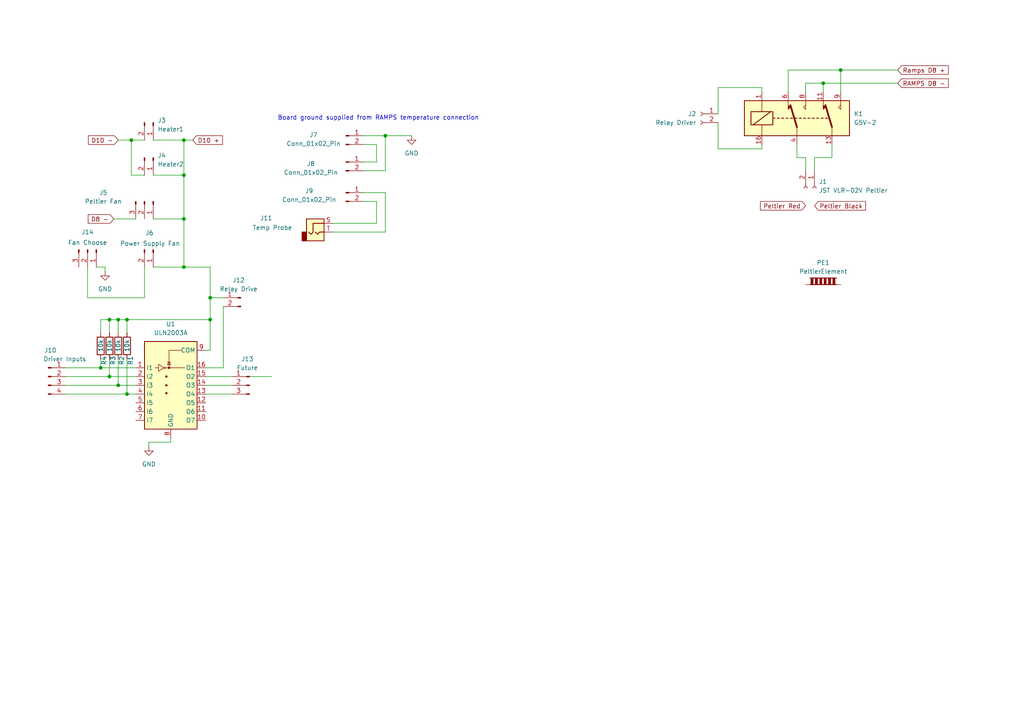
<source format=kicad_sch>
(kicad_sch
	(version 20250114)
	(generator "eeschema")
	(generator_version "9.0")
	(uuid "e4b820d3-83f0-4ddc-a0d8-3850ca36ccb9")
	(paper "A4")
	(lib_symbols
		(symbol "Connector:Conn_01x02_Pin"
			(pin_names
				(offset 1.016)
				(hide yes)
			)
			(exclude_from_sim no)
			(in_bom yes)
			(on_board yes)
			(property "Reference" "J"
				(at 0 2.54 0)
				(effects
					(font
						(size 1.27 1.27)
					)
				)
			)
			(property "Value" "Conn_01x02_Pin"
				(at 0 -5.08 0)
				(effects
					(font
						(size 1.27 1.27)
					)
				)
			)
			(property "Footprint" ""
				(at 0 0 0)
				(effects
					(font
						(size 1.27 1.27)
					)
					(hide yes)
				)
			)
			(property "Datasheet" "~"
				(at 0 0 0)
				(effects
					(font
						(size 1.27 1.27)
					)
					(hide yes)
				)
			)
			(property "Description" "Generic connector, single row, 01x02, script generated"
				(at 0 0 0)
				(effects
					(font
						(size 1.27 1.27)
					)
					(hide yes)
				)
			)
			(property "ki_locked" ""
				(at 0 0 0)
				(effects
					(font
						(size 1.27 1.27)
					)
				)
			)
			(property "ki_keywords" "connector"
				(at 0 0 0)
				(effects
					(font
						(size 1.27 1.27)
					)
					(hide yes)
				)
			)
			(property "ki_fp_filters" "Connector*:*_1x??_*"
				(at 0 0 0)
				(effects
					(font
						(size 1.27 1.27)
					)
					(hide yes)
				)
			)
			(symbol "Conn_01x02_Pin_1_1"
				(rectangle
					(start 0.8636 0.127)
					(end 0 -0.127)
					(stroke
						(width 0.1524)
						(type default)
					)
					(fill
						(type outline)
					)
				)
				(rectangle
					(start 0.8636 -2.413)
					(end 0 -2.667)
					(stroke
						(width 0.1524)
						(type default)
					)
					(fill
						(type outline)
					)
				)
				(polyline
					(pts
						(xy 1.27 0) (xy 0.8636 0)
					)
					(stroke
						(width 0.1524)
						(type default)
					)
					(fill
						(type none)
					)
				)
				(polyline
					(pts
						(xy 1.27 -2.54) (xy 0.8636 -2.54)
					)
					(stroke
						(width 0.1524)
						(type default)
					)
					(fill
						(type none)
					)
				)
				(pin passive line
					(at 5.08 0 180)
					(length 3.81)
					(name "Pin_1"
						(effects
							(font
								(size 1.27 1.27)
							)
						)
					)
					(number "1"
						(effects
							(font
								(size 1.27 1.27)
							)
						)
					)
				)
				(pin passive line
					(at 5.08 -2.54 180)
					(length 3.81)
					(name "Pin_2"
						(effects
							(font
								(size 1.27 1.27)
							)
						)
					)
					(number "2"
						(effects
							(font
								(size 1.27 1.27)
							)
						)
					)
				)
			)
			(embedded_fonts no)
		)
		(symbol "Connector:Conn_01x02_Socket"
			(pin_names
				(offset 1.016)
				(hide yes)
			)
			(exclude_from_sim no)
			(in_bom yes)
			(on_board yes)
			(property "Reference" "J"
				(at 0 2.54 0)
				(effects
					(font
						(size 1.27 1.27)
					)
				)
			)
			(property "Value" "Conn_01x02_Socket"
				(at 0 -5.08 0)
				(effects
					(font
						(size 1.27 1.27)
					)
				)
			)
			(property "Footprint" ""
				(at 0 0 0)
				(effects
					(font
						(size 1.27 1.27)
					)
					(hide yes)
				)
			)
			(property "Datasheet" "~"
				(at 0 0 0)
				(effects
					(font
						(size 1.27 1.27)
					)
					(hide yes)
				)
			)
			(property "Description" "Generic connector, single row, 01x02, script generated"
				(at 0 0 0)
				(effects
					(font
						(size 1.27 1.27)
					)
					(hide yes)
				)
			)
			(property "ki_locked" ""
				(at 0 0 0)
				(effects
					(font
						(size 1.27 1.27)
					)
				)
			)
			(property "ki_keywords" "connector"
				(at 0 0 0)
				(effects
					(font
						(size 1.27 1.27)
					)
					(hide yes)
				)
			)
			(property "ki_fp_filters" "Connector*:*_1x??_*"
				(at 0 0 0)
				(effects
					(font
						(size 1.27 1.27)
					)
					(hide yes)
				)
			)
			(symbol "Conn_01x02_Socket_1_1"
				(polyline
					(pts
						(xy -1.27 0) (xy -0.508 0)
					)
					(stroke
						(width 0.1524)
						(type default)
					)
					(fill
						(type none)
					)
				)
				(polyline
					(pts
						(xy -1.27 -2.54) (xy -0.508 -2.54)
					)
					(stroke
						(width 0.1524)
						(type default)
					)
					(fill
						(type none)
					)
				)
				(arc
					(start 0 -0.508)
					(mid -0.5058 0)
					(end 0 0.508)
					(stroke
						(width 0.1524)
						(type default)
					)
					(fill
						(type none)
					)
				)
				(arc
					(start 0 -3.048)
					(mid -0.5058 -2.54)
					(end 0 -2.032)
					(stroke
						(width 0.1524)
						(type default)
					)
					(fill
						(type none)
					)
				)
				(pin passive line
					(at -5.08 0 0)
					(length 3.81)
					(name "Pin_1"
						(effects
							(font
								(size 1.27 1.27)
							)
						)
					)
					(number "1"
						(effects
							(font
								(size 1.27 1.27)
							)
						)
					)
				)
				(pin passive line
					(at -5.08 -2.54 0)
					(length 3.81)
					(name "Pin_2"
						(effects
							(font
								(size 1.27 1.27)
							)
						)
					)
					(number "2"
						(effects
							(font
								(size 1.27 1.27)
							)
						)
					)
				)
			)
			(embedded_fonts no)
		)
		(symbol "Connector:Conn_01x03_Pin"
			(pin_names
				(offset 1.016)
				(hide yes)
			)
			(exclude_from_sim no)
			(in_bom yes)
			(on_board yes)
			(property "Reference" "J"
				(at 0 5.08 0)
				(effects
					(font
						(size 1.27 1.27)
					)
				)
			)
			(property "Value" "Conn_01x03_Pin"
				(at 0 -5.08 0)
				(effects
					(font
						(size 1.27 1.27)
					)
				)
			)
			(property "Footprint" ""
				(at 0 0 0)
				(effects
					(font
						(size 1.27 1.27)
					)
					(hide yes)
				)
			)
			(property "Datasheet" "~"
				(at 0 0 0)
				(effects
					(font
						(size 1.27 1.27)
					)
					(hide yes)
				)
			)
			(property "Description" "Generic connector, single row, 01x03, script generated"
				(at 0 0 0)
				(effects
					(font
						(size 1.27 1.27)
					)
					(hide yes)
				)
			)
			(property "ki_locked" ""
				(at 0 0 0)
				(effects
					(font
						(size 1.27 1.27)
					)
				)
			)
			(property "ki_keywords" "connector"
				(at 0 0 0)
				(effects
					(font
						(size 1.27 1.27)
					)
					(hide yes)
				)
			)
			(property "ki_fp_filters" "Connector*:*_1x??_*"
				(at 0 0 0)
				(effects
					(font
						(size 1.27 1.27)
					)
					(hide yes)
				)
			)
			(symbol "Conn_01x03_Pin_1_1"
				(rectangle
					(start 0.8636 2.667)
					(end 0 2.413)
					(stroke
						(width 0.1524)
						(type default)
					)
					(fill
						(type outline)
					)
				)
				(rectangle
					(start 0.8636 0.127)
					(end 0 -0.127)
					(stroke
						(width 0.1524)
						(type default)
					)
					(fill
						(type outline)
					)
				)
				(rectangle
					(start 0.8636 -2.413)
					(end 0 -2.667)
					(stroke
						(width 0.1524)
						(type default)
					)
					(fill
						(type outline)
					)
				)
				(polyline
					(pts
						(xy 1.27 2.54) (xy 0.8636 2.54)
					)
					(stroke
						(width 0.1524)
						(type default)
					)
					(fill
						(type none)
					)
				)
				(polyline
					(pts
						(xy 1.27 0) (xy 0.8636 0)
					)
					(stroke
						(width 0.1524)
						(type default)
					)
					(fill
						(type none)
					)
				)
				(polyline
					(pts
						(xy 1.27 -2.54) (xy 0.8636 -2.54)
					)
					(stroke
						(width 0.1524)
						(type default)
					)
					(fill
						(type none)
					)
				)
				(pin passive line
					(at 5.08 2.54 180)
					(length 3.81)
					(name "Pin_1"
						(effects
							(font
								(size 1.27 1.27)
							)
						)
					)
					(number "1"
						(effects
							(font
								(size 1.27 1.27)
							)
						)
					)
				)
				(pin passive line
					(at 5.08 0 180)
					(length 3.81)
					(name "Pin_2"
						(effects
							(font
								(size 1.27 1.27)
							)
						)
					)
					(number "2"
						(effects
							(font
								(size 1.27 1.27)
							)
						)
					)
				)
				(pin passive line
					(at 5.08 -2.54 180)
					(length 3.81)
					(name "Pin_3"
						(effects
							(font
								(size 1.27 1.27)
							)
						)
					)
					(number "3"
						(effects
							(font
								(size 1.27 1.27)
							)
						)
					)
				)
			)
			(embedded_fonts no)
		)
		(symbol "Connector:Conn_01x04_Pin"
			(pin_names
				(offset 1.016)
				(hide yes)
			)
			(exclude_from_sim no)
			(in_bom yes)
			(on_board yes)
			(property "Reference" "J"
				(at 0 5.08 0)
				(effects
					(font
						(size 1.27 1.27)
					)
				)
			)
			(property "Value" "Conn_01x04_Pin"
				(at 0 -7.62 0)
				(effects
					(font
						(size 1.27 1.27)
					)
				)
			)
			(property "Footprint" ""
				(at 0 0 0)
				(effects
					(font
						(size 1.27 1.27)
					)
					(hide yes)
				)
			)
			(property "Datasheet" "~"
				(at 0 0 0)
				(effects
					(font
						(size 1.27 1.27)
					)
					(hide yes)
				)
			)
			(property "Description" "Generic connector, single row, 01x04, script generated"
				(at 0 0 0)
				(effects
					(font
						(size 1.27 1.27)
					)
					(hide yes)
				)
			)
			(property "ki_locked" ""
				(at 0 0 0)
				(effects
					(font
						(size 1.27 1.27)
					)
				)
			)
			(property "ki_keywords" "connector"
				(at 0 0 0)
				(effects
					(font
						(size 1.27 1.27)
					)
					(hide yes)
				)
			)
			(property "ki_fp_filters" "Connector*:*_1x??_*"
				(at 0 0 0)
				(effects
					(font
						(size 1.27 1.27)
					)
					(hide yes)
				)
			)
			(symbol "Conn_01x04_Pin_1_1"
				(rectangle
					(start 0.8636 2.667)
					(end 0 2.413)
					(stroke
						(width 0.1524)
						(type default)
					)
					(fill
						(type outline)
					)
				)
				(rectangle
					(start 0.8636 0.127)
					(end 0 -0.127)
					(stroke
						(width 0.1524)
						(type default)
					)
					(fill
						(type outline)
					)
				)
				(rectangle
					(start 0.8636 -2.413)
					(end 0 -2.667)
					(stroke
						(width 0.1524)
						(type default)
					)
					(fill
						(type outline)
					)
				)
				(rectangle
					(start 0.8636 -4.953)
					(end 0 -5.207)
					(stroke
						(width 0.1524)
						(type default)
					)
					(fill
						(type outline)
					)
				)
				(polyline
					(pts
						(xy 1.27 2.54) (xy 0.8636 2.54)
					)
					(stroke
						(width 0.1524)
						(type default)
					)
					(fill
						(type none)
					)
				)
				(polyline
					(pts
						(xy 1.27 0) (xy 0.8636 0)
					)
					(stroke
						(width 0.1524)
						(type default)
					)
					(fill
						(type none)
					)
				)
				(polyline
					(pts
						(xy 1.27 -2.54) (xy 0.8636 -2.54)
					)
					(stroke
						(width 0.1524)
						(type default)
					)
					(fill
						(type none)
					)
				)
				(polyline
					(pts
						(xy 1.27 -5.08) (xy 0.8636 -5.08)
					)
					(stroke
						(width 0.1524)
						(type default)
					)
					(fill
						(type none)
					)
				)
				(pin passive line
					(at 5.08 2.54 180)
					(length 3.81)
					(name "Pin_1"
						(effects
							(font
								(size 1.27 1.27)
							)
						)
					)
					(number "1"
						(effects
							(font
								(size 1.27 1.27)
							)
						)
					)
				)
				(pin passive line
					(at 5.08 0 180)
					(length 3.81)
					(name "Pin_2"
						(effects
							(font
								(size 1.27 1.27)
							)
						)
					)
					(number "2"
						(effects
							(font
								(size 1.27 1.27)
							)
						)
					)
				)
				(pin passive line
					(at 5.08 -2.54 180)
					(length 3.81)
					(name "Pin_3"
						(effects
							(font
								(size 1.27 1.27)
							)
						)
					)
					(number "3"
						(effects
							(font
								(size 1.27 1.27)
							)
						)
					)
				)
				(pin passive line
					(at 5.08 -5.08 180)
					(length 3.81)
					(name "Pin_4"
						(effects
							(font
								(size 1.27 1.27)
							)
						)
					)
					(number "4"
						(effects
							(font
								(size 1.27 1.27)
							)
						)
					)
				)
			)
			(embedded_fonts no)
		)
		(symbol "Connector_Audio:AudioJack2"
			(exclude_from_sim no)
			(in_bom yes)
			(on_board yes)
			(property "Reference" "J"
				(at 0 8.89 0)
				(effects
					(font
						(size 1.27 1.27)
					)
				)
			)
			(property "Value" "AudioJack2"
				(at 0 6.35 0)
				(effects
					(font
						(size 1.27 1.27)
					)
				)
			)
			(property "Footprint" ""
				(at 0 0 0)
				(effects
					(font
						(size 1.27 1.27)
					)
					(hide yes)
				)
			)
			(property "Datasheet" "~"
				(at 0 0 0)
				(effects
					(font
						(size 1.27 1.27)
					)
					(hide yes)
				)
			)
			(property "Description" "Audio Jack, 2 Poles (Mono / TS)"
				(at 0 0 0)
				(effects
					(font
						(size 1.27 1.27)
					)
					(hide yes)
				)
			)
			(property "ki_keywords" "audio jack receptacle mono phone headphone TS connector"
				(at 0 0 0)
				(effects
					(font
						(size 1.27 1.27)
					)
					(hide yes)
				)
			)
			(property "ki_fp_filters" "Jack*"
				(at 0 0 0)
				(effects
					(font
						(size 1.27 1.27)
					)
					(hide yes)
				)
			)
			(symbol "AudioJack2_0_1"
				(rectangle
					(start -3.81 0)
					(end -2.54 -2.54)
					(stroke
						(width 0.254)
						(type default)
					)
					(fill
						(type outline)
					)
				)
				(rectangle
					(start -2.54 3.81)
					(end 2.54 -2.54)
					(stroke
						(width 0.254)
						(type default)
					)
					(fill
						(type background)
					)
				)
				(polyline
					(pts
						(xy 0 0) (xy 0.635 -0.635) (xy 1.27 0) (xy 2.54 0)
					)
					(stroke
						(width 0.254)
						(type default)
					)
					(fill
						(type none)
					)
				)
				(polyline
					(pts
						(xy 2.54 2.54) (xy -0.635 2.54) (xy -0.635 0) (xy -1.27 -0.635) (xy -1.905 0)
					)
					(stroke
						(width 0.254)
						(type default)
					)
					(fill
						(type none)
					)
				)
			)
			(symbol "AudioJack2_1_1"
				(pin passive line
					(at 5.08 2.54 180)
					(length 2.54)
					(name "~"
						(effects
							(font
								(size 1.27 1.27)
							)
						)
					)
					(number "S"
						(effects
							(font
								(size 1.27 1.27)
							)
						)
					)
				)
				(pin passive line
					(at 5.08 0 180)
					(length 2.54)
					(name "~"
						(effects
							(font
								(size 1.27 1.27)
							)
						)
					)
					(number "T"
						(effects
							(font
								(size 1.27 1.27)
							)
						)
					)
				)
			)
			(embedded_fonts no)
		)
		(symbol "Device:PeltierElement"
			(pin_numbers
				(hide yes)
			)
			(pin_names
				(offset 0)
			)
			(exclude_from_sim no)
			(in_bom yes)
			(on_board yes)
			(property "Reference" "PE"
				(at 0 3.175 0)
				(effects
					(font
						(size 1.27 1.27)
					)
				)
			)
			(property "Value" "PeltierElement"
				(at 0 -1.27 0)
				(effects
					(font
						(size 1.27 1.27)
					)
				)
			)
			(property "Footprint" ""
				(at 0 -1.778 0)
				(effects
					(font
						(size 1.27 1.27)
					)
					(hide yes)
				)
			)
			(property "Datasheet" "~"
				(at 0 0.635 90)
				(effects
					(font
						(size 1.27 1.27)
					)
					(hide yes)
				)
			)
			(property "Description" "Peltier element, thermoelectric cooler"
				(at 0 0 0)
				(effects
					(font
						(size 1.27 1.27)
					)
					(hide yes)
				)
			)
			(property "ki_keywords" "Peltier TEC"
				(at 0 0 0)
				(effects
					(font
						(size 1.27 1.27)
					)
					(hide yes)
				)
			)
			(symbol "PeltierElement_0_1"
				(polyline
					(pts
						(xy -3.81 1.905) (xy 3.81 1.905)
					)
					(stroke
						(width 0.254)
						(type default)
					)
					(fill
						(type none)
					)
				)
				(polyline
					(pts
						(xy -3.81 0) (xy 3.81 0)
					)
					(stroke
						(width 0.254)
						(type default)
					)
					(fill
						(type outline)
					)
				)
				(rectangle
					(start -3.556 1.905)
					(end -2.921 0)
					(stroke
						(width 0)
						(type default)
					)
					(fill
						(type outline)
					)
				)
				(rectangle
					(start -2.286 1.905)
					(end -1.651 0)
					(stroke
						(width 0)
						(type default)
					)
					(fill
						(type outline)
					)
				)
				(rectangle
					(start -0.381 1.905)
					(end -1.016 0)
					(stroke
						(width 0)
						(type default)
					)
					(fill
						(type outline)
					)
				)
				(rectangle
					(start 0.889 1.905)
					(end 0.254 0)
					(stroke
						(width 0)
						(type default)
					)
					(fill
						(type outline)
					)
				)
				(rectangle
					(start 1.524 0)
					(end 2.159 1.905)
					(stroke
						(width 0)
						(type default)
					)
					(fill
						(type outline)
					)
				)
				(rectangle
					(start 2.794 0)
					(end 3.429 1.905)
					(stroke
						(width 0)
						(type default)
					)
					(fill
						(type outline)
					)
				)
			)
			(symbol "PeltierElement_1_1"
				(pin passive line
					(at -5.08 0 0)
					(length 1.27)
					(name "~"
						(effects
							(font
								(size 1.27 1.27)
							)
						)
					)
					(number "1"
						(effects
							(font
								(size 1.27 1.27)
							)
						)
					)
				)
				(pin passive line
					(at 5.08 0 180)
					(length 1.27)
					(name "~"
						(effects
							(font
								(size 1.27 1.27)
							)
						)
					)
					(number "2"
						(effects
							(font
								(size 1.27 1.27)
							)
						)
					)
				)
			)
			(embedded_fonts no)
		)
		(symbol "Device:R"
			(pin_numbers
				(hide yes)
			)
			(pin_names
				(offset 0)
			)
			(exclude_from_sim no)
			(in_bom yes)
			(on_board yes)
			(property "Reference" "R"
				(at 2.032 0 90)
				(effects
					(font
						(size 1.27 1.27)
					)
				)
			)
			(property "Value" "R"
				(at 0 0 90)
				(effects
					(font
						(size 1.27 1.27)
					)
				)
			)
			(property "Footprint" ""
				(at -1.778 0 90)
				(effects
					(font
						(size 1.27 1.27)
					)
					(hide yes)
				)
			)
			(property "Datasheet" "~"
				(at 0 0 0)
				(effects
					(font
						(size 1.27 1.27)
					)
					(hide yes)
				)
			)
			(property "Description" "Resistor"
				(at 0 0 0)
				(effects
					(font
						(size 1.27 1.27)
					)
					(hide yes)
				)
			)
			(property "ki_keywords" "R res resistor"
				(at 0 0 0)
				(effects
					(font
						(size 1.27 1.27)
					)
					(hide yes)
				)
			)
			(property "ki_fp_filters" "R_*"
				(at 0 0 0)
				(effects
					(font
						(size 1.27 1.27)
					)
					(hide yes)
				)
			)
			(symbol "R_0_1"
				(rectangle
					(start -1.016 -2.54)
					(end 1.016 2.54)
					(stroke
						(width 0.254)
						(type default)
					)
					(fill
						(type none)
					)
				)
			)
			(symbol "R_1_1"
				(pin passive line
					(at 0 3.81 270)
					(length 1.27)
					(name "~"
						(effects
							(font
								(size 1.27 1.27)
							)
						)
					)
					(number "1"
						(effects
							(font
								(size 1.27 1.27)
							)
						)
					)
				)
				(pin passive line
					(at 0 -3.81 90)
					(length 1.27)
					(name "~"
						(effects
							(font
								(size 1.27 1.27)
							)
						)
					)
					(number "2"
						(effects
							(font
								(size 1.27 1.27)
							)
						)
					)
				)
			)
			(embedded_fonts no)
		)
		(symbol "Relay:G5V-2"
			(exclude_from_sim no)
			(in_bom yes)
			(on_board yes)
			(property "Reference" "K"
				(at 16.51 3.81 0)
				(effects
					(font
						(size 1.27 1.27)
					)
					(justify left)
				)
			)
			(property "Value" "G5V-2"
				(at 16.51 1.27 0)
				(effects
					(font
						(size 1.27 1.27)
					)
					(justify left)
				)
			)
			(property "Footprint" "Relay_THT:Relay_DPDT_Omron_G5V-2"
				(at 16.51 -1.27 0)
				(effects
					(font
						(size 1.27 1.27)
					)
					(justify left)
					(hide yes)
				)
			)
			(property "Datasheet" "http://omronfs.omron.com/en_US/ecb/products/pdf/en-g5v_2.pdf"
				(at 0 0 0)
				(effects
					(font
						(size 1.27 1.27)
					)
					(hide yes)
				)
			)
			(property "Description" "Relay Miniature Omron DPDT"
				(at 0 0 0)
				(effects
					(font
						(size 1.27 1.27)
					)
					(hide yes)
				)
			)
			(property "ki_keywords" "Miniature Relay Dual Pole DPDT Omron"
				(at 0 0 0)
				(effects
					(font
						(size 1.27 1.27)
					)
					(hide yes)
				)
			)
			(property "ki_fp_filters" "Relay*DPDT*Omron*G5V*"
				(at 0 0 0)
				(effects
					(font
						(size 1.27 1.27)
					)
					(hide yes)
				)
			)
			(symbol "G5V-2_0_1"
				(rectangle
					(start -15.24 5.08)
					(end 15.24 -5.08)
					(stroke
						(width 0.254)
						(type default)
					)
					(fill
						(type background)
					)
				)
				(rectangle
					(start -13.335 1.905)
					(end -6.985 -1.905)
					(stroke
						(width 0.254)
						(type default)
					)
					(fill
						(type none)
					)
				)
				(polyline
					(pts
						(xy -12.7 -1.905) (xy -7.62 1.905)
					)
					(stroke
						(width 0.254)
						(type default)
					)
					(fill
						(type none)
					)
				)
				(polyline
					(pts
						(xy -10.16 5.08) (xy -10.16 1.905)
					)
					(stroke
						(width 0)
						(type default)
					)
					(fill
						(type none)
					)
				)
				(polyline
					(pts
						(xy -10.16 -5.08) (xy -10.16 -1.905)
					)
					(stroke
						(width 0)
						(type default)
					)
					(fill
						(type none)
					)
				)
				(polyline
					(pts
						(xy -6.985 0) (xy -6.35 0)
					)
					(stroke
						(width 0.254)
						(type default)
					)
					(fill
						(type none)
					)
				)
				(polyline
					(pts
						(xy -5.715 0) (xy -5.08 0)
					)
					(stroke
						(width 0.254)
						(type default)
					)
					(fill
						(type none)
					)
				)
				(polyline
					(pts
						(xy -4.445 0) (xy -3.81 0)
					)
					(stroke
						(width 0.254)
						(type default)
					)
					(fill
						(type none)
					)
				)
				(polyline
					(pts
						(xy -3.175 0) (xy -2.54 0)
					)
					(stroke
						(width 0.254)
						(type default)
					)
					(fill
						(type none)
					)
				)
				(polyline
					(pts
						(xy -2.54 5.08) (xy -2.54 2.54) (xy -1.905 3.175) (xy -2.54 3.81)
					)
					(stroke
						(width 0)
						(type default)
					)
					(fill
						(type outline)
					)
				)
				(polyline
					(pts
						(xy -1.905 0) (xy -1.27 0)
					)
					(stroke
						(width 0.254)
						(type default)
					)
					(fill
						(type none)
					)
				)
				(polyline
					(pts
						(xy -0.635 0) (xy 0 0)
					)
					(stroke
						(width 0.254)
						(type default)
					)
					(fill
						(type none)
					)
				)
				(polyline
					(pts
						(xy 0 -2.54) (xy -1.905 3.81)
					)
					(stroke
						(width 0.508)
						(type default)
					)
					(fill
						(type none)
					)
				)
				(polyline
					(pts
						(xy 0 -2.54) (xy 0 -5.08)
					)
					(stroke
						(width 0)
						(type default)
					)
					(fill
						(type none)
					)
				)
				(polyline
					(pts
						(xy 0.635 0) (xy 1.27 0)
					)
					(stroke
						(width 0.254)
						(type default)
					)
					(fill
						(type none)
					)
				)
				(polyline
					(pts
						(xy 1.905 0) (xy 2.54 0)
					)
					(stroke
						(width 0.254)
						(type default)
					)
					(fill
						(type none)
					)
				)
				(polyline
					(pts
						(xy 2.54 5.08) (xy 2.54 2.54) (xy 1.905 3.175) (xy 2.54 3.81)
					)
					(stroke
						(width 0)
						(type default)
					)
					(fill
						(type none)
					)
				)
				(polyline
					(pts
						(xy 3.175 0) (xy 3.81 0)
					)
					(stroke
						(width 0.254)
						(type default)
					)
					(fill
						(type none)
					)
				)
				(polyline
					(pts
						(xy 4.445 0) (xy 5.08 0)
					)
					(stroke
						(width 0.254)
						(type default)
					)
					(fill
						(type none)
					)
				)
				(polyline
					(pts
						(xy 5.715 0) (xy 6.35 0)
					)
					(stroke
						(width 0.254)
						(type default)
					)
					(fill
						(type none)
					)
				)
				(polyline
					(pts
						(xy 6.985 0) (xy 7.62 0)
					)
					(stroke
						(width 0.254)
						(type default)
					)
					(fill
						(type none)
					)
				)
				(polyline
					(pts
						(xy 7.62 5.08) (xy 7.62 2.54) (xy 8.255 3.175) (xy 7.62 3.81)
					)
					(stroke
						(width 0)
						(type default)
					)
					(fill
						(type outline)
					)
				)
				(polyline
					(pts
						(xy 8.255 0) (xy 8.89 0)
					)
					(stroke
						(width 0.254)
						(type default)
					)
					(fill
						(type none)
					)
				)
				(polyline
					(pts
						(xy 10.16 -2.54) (xy 8.255 3.81)
					)
					(stroke
						(width 0.508)
						(type default)
					)
					(fill
						(type none)
					)
				)
				(polyline
					(pts
						(xy 10.16 -2.54) (xy 10.16 -5.08)
					)
					(stroke
						(width 0)
						(type default)
					)
					(fill
						(type none)
					)
				)
				(polyline
					(pts
						(xy 12.7 5.08) (xy 12.7 2.54) (xy 12.065 3.175) (xy 12.7 3.81)
					)
					(stroke
						(width 0)
						(type default)
					)
					(fill
						(type none)
					)
				)
			)
			(symbol "G5V-2_1_1"
				(pin passive line
					(at -10.16 7.62 270)
					(length 2.54)
					(name "~"
						(effects
							(font
								(size 1.27 1.27)
							)
						)
					)
					(number "1"
						(effects
							(font
								(size 1.27 1.27)
							)
						)
					)
				)
				(pin passive line
					(at -10.16 -7.62 90)
					(length 2.54)
					(name "~"
						(effects
							(font
								(size 1.27 1.27)
							)
						)
					)
					(number "16"
						(effects
							(font
								(size 1.27 1.27)
							)
						)
					)
				)
				(pin passive line
					(at -2.54 7.62 270)
					(length 2.54)
					(name "~"
						(effects
							(font
								(size 1.27 1.27)
							)
						)
					)
					(number "6"
						(effects
							(font
								(size 1.27 1.27)
							)
						)
					)
				)
				(pin passive line
					(at 0 -7.62 90)
					(length 2.54)
					(name "~"
						(effects
							(font
								(size 1.27 1.27)
							)
						)
					)
					(number "4"
						(effects
							(font
								(size 1.27 1.27)
							)
						)
					)
				)
				(pin passive line
					(at 2.54 7.62 270)
					(length 2.54)
					(name "~"
						(effects
							(font
								(size 1.27 1.27)
							)
						)
					)
					(number "8"
						(effects
							(font
								(size 1.27 1.27)
							)
						)
					)
				)
				(pin passive line
					(at 7.62 7.62 270)
					(length 2.54)
					(name "~"
						(effects
							(font
								(size 1.27 1.27)
							)
						)
					)
					(number "11"
						(effects
							(font
								(size 1.27 1.27)
							)
						)
					)
				)
				(pin passive line
					(at 10.16 -7.62 90)
					(length 2.54)
					(name "~"
						(effects
							(font
								(size 1.27 1.27)
							)
						)
					)
					(number "13"
						(effects
							(font
								(size 1.27 1.27)
							)
						)
					)
				)
				(pin passive line
					(at 12.7 7.62 270)
					(length 2.54)
					(name "~"
						(effects
							(font
								(size 1.27 1.27)
							)
						)
					)
					(number "9"
						(effects
							(font
								(size 1.27 1.27)
							)
						)
					)
				)
			)
			(embedded_fonts no)
		)
		(symbol "Transistor_Array:ULN2003A"
			(exclude_from_sim no)
			(in_bom yes)
			(on_board yes)
			(property "Reference" "U"
				(at 0 15.875 0)
				(effects
					(font
						(size 1.27 1.27)
					)
				)
			)
			(property "Value" "ULN2003A"
				(at 0 13.97 0)
				(effects
					(font
						(size 1.27 1.27)
					)
				)
			)
			(property "Footprint" ""
				(at 1.27 -13.97 0)
				(effects
					(font
						(size 1.27 1.27)
					)
					(justify left)
					(hide yes)
				)
			)
			(property "Datasheet" "http://www.ti.com/lit/ds/symlink/uln2003a.pdf"
				(at 2.54 -5.08 0)
				(effects
					(font
						(size 1.27 1.27)
					)
					(hide yes)
				)
			)
			(property "Description" "High Voltage, High Current Darlington Transistor Arrays, SOIC16/SOIC16W/DIP16/TSSOP16"
				(at 0 0 0)
				(effects
					(font
						(size 1.27 1.27)
					)
					(hide yes)
				)
			)
			(property "ki_keywords" "darlington transistor array"
				(at 0 0 0)
				(effects
					(font
						(size 1.27 1.27)
					)
					(hide yes)
				)
			)
			(property "ki_fp_filters" "DIP*W7.62mm* SOIC*3.9x9.9mm*P1.27mm* SSOP*4.4x5.2mm*P0.65mm* TSSOP*4.4x5mm*P0.65mm* SOIC*W*5.3x10.2mm*P1.27mm*"
				(at 0 0 0)
				(effects
					(font
						(size 1.27 1.27)
					)
					(hide yes)
				)
			)
			(symbol "ULN2003A_0_1"
				(rectangle
					(start -7.62 -12.7)
					(end 7.62 12.7)
					(stroke
						(width 0.254)
						(type default)
					)
					(fill
						(type background)
					)
				)
				(polyline
					(pts
						(xy -4.572 5.08) (xy -3.556 5.08)
					)
					(stroke
						(width 0)
						(type default)
					)
					(fill
						(type none)
					)
				)
				(polyline
					(pts
						(xy -3.556 6.096) (xy -3.556 4.064) (xy -2.032 5.08) (xy -3.556 6.096)
					)
					(stroke
						(width 0)
						(type default)
					)
					(fill
						(type none)
					)
				)
				(circle
					(center -1.778 5.08)
					(radius 0.254)
					(stroke
						(width 0)
						(type default)
					)
					(fill
						(type none)
					)
				)
				(polyline
					(pts
						(xy -1.524 5.08) (xy 4.064 5.08)
					)
					(stroke
						(width 0)
						(type default)
					)
					(fill
						(type none)
					)
				)
				(circle
					(center -1.27 2.54)
					(radius 0.254)
					(stroke
						(width 0)
						(type default)
					)
					(fill
						(type outline)
					)
				)
				(circle
					(center -1.27 0)
					(radius 0.254)
					(stroke
						(width 0)
						(type default)
					)
					(fill
						(type outline)
					)
				)
				(circle
					(center -1.27 -2.286)
					(radius 0.254)
					(stroke
						(width 0)
						(type default)
					)
					(fill
						(type outline)
					)
				)
				(circle
					(center -0.508 5.08)
					(radius 0.254)
					(stroke
						(width 0)
						(type default)
					)
					(fill
						(type outline)
					)
				)
				(polyline
					(pts
						(xy -0.508 5.08) (xy -0.508 10.16) (xy 2.921 10.16)
					)
					(stroke
						(width 0)
						(type default)
					)
					(fill
						(type none)
					)
				)
				(polyline
					(pts
						(xy 0 6.731) (xy -1.016 6.731)
					)
					(stroke
						(width 0)
						(type default)
					)
					(fill
						(type none)
					)
				)
				(polyline
					(pts
						(xy 0 5.969) (xy -1.016 5.969) (xy -0.508 6.731) (xy 0 5.969)
					)
					(stroke
						(width 0)
						(type default)
					)
					(fill
						(type none)
					)
				)
			)
			(symbol "ULN2003A_1_1"
				(pin input line
					(at -10.16 5.08 0)
					(length 2.54)
					(name "I1"
						(effects
							(font
								(size 1.27 1.27)
							)
						)
					)
					(number "1"
						(effects
							(font
								(size 1.27 1.27)
							)
						)
					)
				)
				(pin input line
					(at -10.16 2.54 0)
					(length 2.54)
					(name "I2"
						(effects
							(font
								(size 1.27 1.27)
							)
						)
					)
					(number "2"
						(effects
							(font
								(size 1.27 1.27)
							)
						)
					)
				)
				(pin input line
					(at -10.16 0 0)
					(length 2.54)
					(name "I3"
						(effects
							(font
								(size 1.27 1.27)
							)
						)
					)
					(number "3"
						(effects
							(font
								(size 1.27 1.27)
							)
						)
					)
				)
				(pin input line
					(at -10.16 -2.54 0)
					(length 2.54)
					(name "I4"
						(effects
							(font
								(size 1.27 1.27)
							)
						)
					)
					(number "4"
						(effects
							(font
								(size 1.27 1.27)
							)
						)
					)
				)
				(pin input line
					(at -10.16 -5.08 0)
					(length 2.54)
					(name "I5"
						(effects
							(font
								(size 1.27 1.27)
							)
						)
					)
					(number "5"
						(effects
							(font
								(size 1.27 1.27)
							)
						)
					)
				)
				(pin input line
					(at -10.16 -7.62 0)
					(length 2.54)
					(name "I6"
						(effects
							(font
								(size 1.27 1.27)
							)
						)
					)
					(number "6"
						(effects
							(font
								(size 1.27 1.27)
							)
						)
					)
				)
				(pin input line
					(at -10.16 -10.16 0)
					(length 2.54)
					(name "I7"
						(effects
							(font
								(size 1.27 1.27)
							)
						)
					)
					(number "7"
						(effects
							(font
								(size 1.27 1.27)
							)
						)
					)
				)
				(pin power_in line
					(at 0 -15.24 90)
					(length 2.54)
					(name "GND"
						(effects
							(font
								(size 1.27 1.27)
							)
						)
					)
					(number "8"
						(effects
							(font
								(size 1.27 1.27)
							)
						)
					)
				)
				(pin passive line
					(at 10.16 10.16 180)
					(length 2.54)
					(name "COM"
						(effects
							(font
								(size 1.27 1.27)
							)
						)
					)
					(number "9"
						(effects
							(font
								(size 1.27 1.27)
							)
						)
					)
				)
				(pin open_collector line
					(at 10.16 5.08 180)
					(length 2.54)
					(name "O1"
						(effects
							(font
								(size 1.27 1.27)
							)
						)
					)
					(number "16"
						(effects
							(font
								(size 1.27 1.27)
							)
						)
					)
				)
				(pin open_collector line
					(at 10.16 2.54 180)
					(length 2.54)
					(name "O2"
						(effects
							(font
								(size 1.27 1.27)
							)
						)
					)
					(number "15"
						(effects
							(font
								(size 1.27 1.27)
							)
						)
					)
				)
				(pin open_collector line
					(at 10.16 0 180)
					(length 2.54)
					(name "O3"
						(effects
							(font
								(size 1.27 1.27)
							)
						)
					)
					(number "14"
						(effects
							(font
								(size 1.27 1.27)
							)
						)
					)
				)
				(pin open_collector line
					(at 10.16 -2.54 180)
					(length 2.54)
					(name "O4"
						(effects
							(font
								(size 1.27 1.27)
							)
						)
					)
					(number "13"
						(effects
							(font
								(size 1.27 1.27)
							)
						)
					)
				)
				(pin open_collector line
					(at 10.16 -5.08 180)
					(length 2.54)
					(name "O5"
						(effects
							(font
								(size 1.27 1.27)
							)
						)
					)
					(number "12"
						(effects
							(font
								(size 1.27 1.27)
							)
						)
					)
				)
				(pin open_collector line
					(at 10.16 -7.62 180)
					(length 2.54)
					(name "O6"
						(effects
							(font
								(size 1.27 1.27)
							)
						)
					)
					(number "11"
						(effects
							(font
								(size 1.27 1.27)
							)
						)
					)
				)
				(pin open_collector line
					(at 10.16 -10.16 180)
					(length 2.54)
					(name "O7"
						(effects
							(font
								(size 1.27 1.27)
							)
						)
					)
					(number "10"
						(effects
							(font
								(size 1.27 1.27)
							)
						)
					)
				)
			)
			(embedded_fonts no)
		)
		(symbol "power:GND"
			(power)
			(pin_numbers
				(hide yes)
			)
			(pin_names
				(offset 0)
				(hide yes)
			)
			(exclude_from_sim no)
			(in_bom yes)
			(on_board yes)
			(property "Reference" "#PWR"
				(at 0 -6.35 0)
				(effects
					(font
						(size 1.27 1.27)
					)
					(hide yes)
				)
			)
			(property "Value" "GND"
				(at 0 -3.81 0)
				(effects
					(font
						(size 1.27 1.27)
					)
				)
			)
			(property "Footprint" ""
				(at 0 0 0)
				(effects
					(font
						(size 1.27 1.27)
					)
					(hide yes)
				)
			)
			(property "Datasheet" ""
				(at 0 0 0)
				(effects
					(font
						(size 1.27 1.27)
					)
					(hide yes)
				)
			)
			(property "Description" "Power symbol creates a global label with name \"GND\" , ground"
				(at 0 0 0)
				(effects
					(font
						(size 1.27 1.27)
					)
					(hide yes)
				)
			)
			(property "ki_keywords" "global power"
				(at 0 0 0)
				(effects
					(font
						(size 1.27 1.27)
					)
					(hide yes)
				)
			)
			(symbol "GND_0_1"
				(polyline
					(pts
						(xy 0 0) (xy 0 -1.27) (xy 1.27 -1.27) (xy 0 -2.54) (xy -1.27 -1.27) (xy 0 -1.27)
					)
					(stroke
						(width 0)
						(type default)
					)
					(fill
						(type none)
					)
				)
			)
			(symbol "GND_1_1"
				(pin power_in line
					(at 0 0 270)
					(length 0)
					(name "~"
						(effects
							(font
								(size 1.27 1.27)
							)
						)
					)
					(number "1"
						(effects
							(font
								(size 1.27 1.27)
							)
						)
					)
				)
			)
			(embedded_fonts no)
		)
	)
	(text "Board ground supplied from RAMPS temperature connection"
		(exclude_from_sim no)
		(at 109.728 34.29 0)
		(effects
			(font
				(size 1.27 1.27)
			)
		)
		(uuid "86a37355-36f4-4ec9-9491-c89a3c012a88")
	)
	(junction
		(at 36.83 92.71)
		(diameter 0)
		(color 0 0 0 0)
		(uuid "0cc06077-077b-4cf3-b82c-351d5951320f")
	)
	(junction
		(at 34.29 111.76)
		(diameter 0)
		(color 0 0 0 0)
		(uuid "19957cc4-e002-47c5-b6f8-372c5aeb718c")
	)
	(junction
		(at 36.83 114.3)
		(diameter 0)
		(color 0 0 0 0)
		(uuid "28a9dc77-5ba1-4379-b4de-066542fe2c52")
	)
	(junction
		(at 60.96 92.71)
		(diameter 0)
		(color 0 0 0 0)
		(uuid "2f336b69-4a2d-4672-bd2f-097ae1ec8dbd")
	)
	(junction
		(at 34.29 92.71)
		(diameter 0)
		(color 0 0 0 0)
		(uuid "310fc447-771c-49d5-b1af-3e6fa4c15dbc")
	)
	(junction
		(at 60.96 86.36)
		(diameter 0)
		(color 0 0 0 0)
		(uuid "6ecf6cc0-b14a-4230-9eb0-9ae54885e44b")
	)
	(junction
		(at 53.34 77.47)
		(diameter 0)
		(color 0 0 0 0)
		(uuid "7dd39ac5-dd6f-4a8b-9626-c1d20fb7a042")
	)
	(junction
		(at 53.34 63.5)
		(diameter 0)
		(color 0 0 0 0)
		(uuid "7e2b9e0e-233b-40e1-a879-74112a582e6b")
	)
	(junction
		(at 53.34 50.8)
		(diameter 0)
		(color 0 0 0 0)
		(uuid "867e5676-5e81-43e0-865b-048f837c75b5")
	)
	(junction
		(at 243.84 20.32)
		(diameter 0)
		(color 0 0 0 0)
		(uuid "8905533d-e5bc-4fe1-b11c-46c687826aac")
	)
	(junction
		(at 29.21 106.68)
		(diameter 0)
		(color 0 0 0 0)
		(uuid "92307dc6-cca8-4389-9b84-069b1336de01")
	)
	(junction
		(at 31.75 109.22)
		(diameter 0)
		(color 0 0 0 0)
		(uuid "9e5f4a1b-2224-4594-bcaa-420373ea187a")
	)
	(junction
		(at 38.1 40.64)
		(diameter 0)
		(color 0 0 0 0)
		(uuid "ab72197e-f56e-4f74-933b-4b1243b601dd")
	)
	(junction
		(at 31.75 92.71)
		(diameter 0)
		(color 0 0 0 0)
		(uuid "b902672b-bf40-48ee-a451-186d7d3f2c38")
	)
	(junction
		(at 111.76 39.37)
		(diameter 0)
		(color 0 0 0 0)
		(uuid "e6056855-e92a-4a36-bad9-de4cb01acb64")
	)
	(junction
		(at 53.34 40.64)
		(diameter 0)
		(color 0 0 0 0)
		(uuid "e7dafe88-6b22-4fc0-b13f-6aadb18d489d")
	)
	(junction
		(at 238.76 24.13)
		(diameter 0)
		(color 0 0 0 0)
		(uuid "fd47486f-0174-46cb-a124-1546796e9b8f")
	)
	(wire
		(pts
			(xy 59.69 109.22) (xy 67.31 109.22)
		)
		(stroke
			(width 0)
			(type default)
		)
		(uuid "08aceb94-a395-409a-9997-1bee37ab2bbb")
	)
	(wire
		(pts
			(xy 44.45 50.8) (xy 53.34 50.8)
		)
		(stroke
			(width 0)
			(type default)
		)
		(uuid "0a77c456-c874-4310-9efe-aa2c2ddd973c")
	)
	(wire
		(pts
			(xy 238.76 24.13) (xy 238.76 26.67)
		)
		(stroke
			(width 0)
			(type default)
		)
		(uuid "0d6b6a40-986b-4a1a-942e-34b44f3fb343")
	)
	(wire
		(pts
			(xy 64.77 106.68) (xy 59.69 106.68)
		)
		(stroke
			(width 0)
			(type default)
		)
		(uuid "1431c61f-98ef-4ead-bd91-f26048ee9055")
	)
	(wire
		(pts
			(xy 29.21 96.52) (xy 29.21 92.71)
		)
		(stroke
			(width 0)
			(type default)
		)
		(uuid "170b1dab-2164-4b9a-a7cc-7518ed9080b2")
	)
	(wire
		(pts
			(xy 96.52 67.31) (xy 111.76 67.31)
		)
		(stroke
			(width 0)
			(type default)
		)
		(uuid "18adcb51-e4bb-4fd3-bed7-eddebd636500")
	)
	(wire
		(pts
			(xy 220.98 41.91) (xy 220.98 43.18)
		)
		(stroke
			(width 0)
			(type default)
		)
		(uuid "1b3762fc-d3ff-4858-802a-8885c6943e04")
	)
	(wire
		(pts
			(xy 36.83 104.14) (xy 36.83 114.3)
		)
		(stroke
			(width 0)
			(type default)
		)
		(uuid "1d29d466-98ec-483f-8b44-dd5b8ebc536b")
	)
	(wire
		(pts
			(xy 34.29 104.14) (xy 34.29 111.76)
		)
		(stroke
			(width 0)
			(type default)
		)
		(uuid "1f89c828-222a-495c-a5d6-230209eac3e7")
	)
	(wire
		(pts
			(xy 59.69 101.6) (xy 60.96 101.6)
		)
		(stroke
			(width 0)
			(type default)
		)
		(uuid "227158b9-35b0-4280-b317-f9e9e4ca86b7")
	)
	(wire
		(pts
			(xy 29.21 104.14) (xy 29.21 106.68)
		)
		(stroke
			(width 0)
			(type default)
		)
		(uuid "22eff620-7218-4e47-8fe8-e8e1882b0e29")
	)
	(wire
		(pts
			(xy 31.75 92.71) (xy 34.29 92.71)
		)
		(stroke
			(width 0)
			(type default)
		)
		(uuid "241f2aa4-de3b-4eb4-bb1e-0585d157a3f6")
	)
	(wire
		(pts
			(xy 241.3 41.91) (xy 241.3 45.72)
		)
		(stroke
			(width 0)
			(type default)
		)
		(uuid "2b0b4e0e-878a-49c2-8462-8b418f0302ed")
	)
	(wire
		(pts
			(xy 31.75 104.14) (xy 31.75 109.22)
		)
		(stroke
			(width 0)
			(type default)
		)
		(uuid "2b3385ba-b10e-4c1f-9f08-0d5ce8d37d2e")
	)
	(wire
		(pts
			(xy 109.22 46.99) (xy 109.22 41.91)
		)
		(stroke
			(width 0)
			(type default)
		)
		(uuid "2c26eddb-cb87-4a43-add4-e5abcdb44098")
	)
	(wire
		(pts
			(xy 44.45 63.5) (xy 53.34 63.5)
		)
		(stroke
			(width 0)
			(type default)
		)
		(uuid "2ef7e23b-392f-4267-b64d-3a50056501c5")
	)
	(wire
		(pts
			(xy 220.98 25.4) (xy 220.98 26.67)
		)
		(stroke
			(width 0)
			(type default)
		)
		(uuid "2f254e3e-f940-4497-8cb0-cddfb781415b")
	)
	(wire
		(pts
			(xy 228.6 20.32) (xy 243.84 20.32)
		)
		(stroke
			(width 0)
			(type default)
		)
		(uuid "345f927d-20c8-4173-a750-bfc9c24fd762")
	)
	(wire
		(pts
			(xy 105.41 58.42) (xy 109.22 58.42)
		)
		(stroke
			(width 0)
			(type default)
		)
		(uuid "36d6e4b8-fc5a-4007-a111-19527e88c801")
	)
	(wire
		(pts
			(xy 60.96 86.36) (xy 64.77 86.36)
		)
		(stroke
			(width 0)
			(type default)
		)
		(uuid "37644e1c-f318-4dfc-ae24-8a5d62e57f31")
	)
	(wire
		(pts
			(xy 60.96 77.47) (xy 53.34 77.47)
		)
		(stroke
			(width 0)
			(type default)
		)
		(uuid "3ddfa76f-1f23-475f-b433-cc7279bd7eec")
	)
	(wire
		(pts
			(xy 19.05 106.68) (xy 29.21 106.68)
		)
		(stroke
			(width 0)
			(type default)
		)
		(uuid "4082a96c-8aa3-4dbf-a23e-6642f43ff33b")
	)
	(wire
		(pts
			(xy 109.22 64.77) (xy 109.22 58.42)
		)
		(stroke
			(width 0)
			(type default)
		)
		(uuid "4395b949-6c2b-482d-b10a-50922a6eead4")
	)
	(wire
		(pts
			(xy 31.75 92.71) (xy 31.75 96.52)
		)
		(stroke
			(width 0)
			(type default)
		)
		(uuid "44f69d9b-99a8-4230-aa03-ff89f3d898f4")
	)
	(wire
		(pts
			(xy 231.14 41.91) (xy 231.14 45.72)
		)
		(stroke
			(width 0)
			(type default)
		)
		(uuid "462572a8-9f4d-472f-92be-00144972a060")
	)
	(wire
		(pts
			(xy 59.69 111.76) (xy 67.31 111.76)
		)
		(stroke
			(width 0)
			(type default)
		)
		(uuid "4d6dbf1d-a460-46e0-8d6e-3f3f89f623ce")
	)
	(wire
		(pts
			(xy 29.21 106.68) (xy 39.37 106.68)
		)
		(stroke
			(width 0)
			(type default)
		)
		(uuid "4e224ddc-258b-4d93-9163-4cb9d95ea38c")
	)
	(wire
		(pts
			(xy 208.28 25.4) (xy 220.98 25.4)
		)
		(stroke
			(width 0)
			(type default)
		)
		(uuid "4fb1429e-57bf-4cd0-a50c-d2067e0a6b25")
	)
	(wire
		(pts
			(xy 208.28 35.56) (xy 208.28 43.18)
		)
		(stroke
			(width 0)
			(type default)
		)
		(uuid "4fe2b238-2152-4575-8599-73d30c8b910d")
	)
	(wire
		(pts
			(xy 64.77 88.9) (xy 64.77 106.68)
		)
		(stroke
			(width 0)
			(type default)
		)
		(uuid "51efcaf1-3b40-4978-b0bc-5915e7fc2553")
	)
	(wire
		(pts
			(xy 36.83 92.71) (xy 36.83 96.52)
		)
		(stroke
			(width 0)
			(type default)
		)
		(uuid "56a37e23-2cec-4d81-82e3-6c27e6db77c0")
	)
	(wire
		(pts
			(xy 208.28 33.02) (xy 208.28 25.4)
		)
		(stroke
			(width 0)
			(type default)
		)
		(uuid "5ed59e8d-4d30-41df-baaf-16b986ac12c4")
	)
	(wire
		(pts
			(xy 72.39 109.22) (xy 78.74 109.22)
		)
		(stroke
			(width 0)
			(type default)
		)
		(uuid "5f3a712d-38e4-41d8-8042-7aa2a638960f")
	)
	(wire
		(pts
			(xy 241.3 45.72) (xy 236.22 45.72)
		)
		(stroke
			(width 0)
			(type default)
		)
		(uuid "6245504c-748e-498e-b531-be5625e9e5e8")
	)
	(wire
		(pts
			(xy 111.76 39.37) (xy 119.38 39.37)
		)
		(stroke
			(width 0)
			(type default)
		)
		(uuid "6489c893-9263-4171-a6b2-5c173d03ea21")
	)
	(wire
		(pts
			(xy 105.41 46.99) (xy 109.22 46.99)
		)
		(stroke
			(width 0)
			(type default)
		)
		(uuid "66a6082c-7e0f-4a13-9503-b3d42ea1a5b8")
	)
	(wire
		(pts
			(xy 96.52 64.77) (xy 109.22 64.77)
		)
		(stroke
			(width 0)
			(type default)
		)
		(uuid "67380cf7-7883-48f1-9605-3418918198f8")
	)
	(wire
		(pts
			(xy 41.91 86.36) (xy 25.4 86.36)
		)
		(stroke
			(width 0)
			(type default)
		)
		(uuid "68bd2f06-08c0-4365-b16e-40bd8b28cfac")
	)
	(wire
		(pts
			(xy 233.68 24.13) (xy 238.76 24.13)
		)
		(stroke
			(width 0)
			(type default)
		)
		(uuid "6aa952ef-172b-42f1-88bb-130d2a08ff2b")
	)
	(wire
		(pts
			(xy 29.21 92.71) (xy 31.75 92.71)
		)
		(stroke
			(width 0)
			(type default)
		)
		(uuid "6bdd78c0-62d5-4ce8-8b2d-7d1f72f85f67")
	)
	(wire
		(pts
			(xy 236.22 45.72) (xy 236.22 49.53)
		)
		(stroke
			(width 0)
			(type default)
		)
		(uuid "6dbba65b-7d4b-4834-9084-f6db09e99c37")
	)
	(wire
		(pts
			(xy 231.14 45.72) (xy 233.68 45.72)
		)
		(stroke
			(width 0)
			(type default)
		)
		(uuid "6e56ce51-fd17-455e-95d3-0e123d5a1acc")
	)
	(wire
		(pts
			(xy 60.96 86.36) (xy 60.96 77.47)
		)
		(stroke
			(width 0)
			(type default)
		)
		(uuid "704f1ff3-6892-4fa4-b669-e07da954607d")
	)
	(wire
		(pts
			(xy 38.1 40.64) (xy 38.1 50.8)
		)
		(stroke
			(width 0)
			(type default)
		)
		(uuid "71709a9f-65a4-4405-99cf-7f5cb82281a7")
	)
	(wire
		(pts
			(xy 36.83 92.71) (xy 60.96 92.71)
		)
		(stroke
			(width 0)
			(type default)
		)
		(uuid "7c3cd48d-5a94-4b15-949a-5cf4e592c67b")
	)
	(wire
		(pts
			(xy 105.41 49.53) (xy 111.76 49.53)
		)
		(stroke
			(width 0)
			(type default)
		)
		(uuid "7c994674-dc3d-43d6-b572-68f066ee80fe")
	)
	(wire
		(pts
			(xy 19.05 111.76) (xy 34.29 111.76)
		)
		(stroke
			(width 0)
			(type default)
		)
		(uuid "7fc18133-d8bb-4c4b-944a-dba69a08489a")
	)
	(wire
		(pts
			(xy 228.6 26.67) (xy 228.6 20.32)
		)
		(stroke
			(width 0)
			(type default)
		)
		(uuid "7fc1fac1-438c-4ac2-91db-30097e8722e8")
	)
	(wire
		(pts
			(xy 34.29 92.71) (xy 36.83 92.71)
		)
		(stroke
			(width 0)
			(type default)
		)
		(uuid "81d6fd22-79f8-4b1a-8f51-1e9ec0e27384")
	)
	(wire
		(pts
			(xy 60.96 101.6) (xy 60.96 92.71)
		)
		(stroke
			(width 0)
			(type default)
		)
		(uuid "82a6e41f-ceae-4084-9797-86d9da229877")
	)
	(wire
		(pts
			(xy 25.4 77.47) (xy 25.4 86.36)
		)
		(stroke
			(width 0)
			(type default)
		)
		(uuid "85ea2ed4-54f6-4401-beac-f76066af7708")
	)
	(wire
		(pts
			(xy 60.96 92.71) (xy 60.96 86.36)
		)
		(stroke
			(width 0)
			(type default)
		)
		(uuid "8e0b40e2-bc6d-4eee-8e5e-a7b7304241b6")
	)
	(wire
		(pts
			(xy 105.41 39.37) (xy 111.76 39.37)
		)
		(stroke
			(width 0)
			(type default)
		)
		(uuid "93911d5b-1698-40cd-87b2-931d88d6352a")
	)
	(wire
		(pts
			(xy 30.48 77.47) (xy 30.48 78.74)
		)
		(stroke
			(width 0)
			(type default)
		)
		(uuid "9af7b0fe-f362-4d81-9766-fe6e026d8fe8")
	)
	(wire
		(pts
			(xy 233.68 45.72) (xy 233.68 49.53)
		)
		(stroke
			(width 0)
			(type default)
		)
		(uuid "9bf90087-61cc-432f-88b6-d8b176defaf5")
	)
	(wire
		(pts
			(xy 243.84 20.32) (xy 260.35 20.32)
		)
		(stroke
			(width 0)
			(type default)
		)
		(uuid "9e656094-c534-49e3-9c0b-cb4fba31dcce")
	)
	(wire
		(pts
			(xy 53.34 50.8) (xy 53.34 63.5)
		)
		(stroke
			(width 0)
			(type default)
		)
		(uuid "a1830d9a-02a4-40c7-8a86-ccb3bc264337")
	)
	(wire
		(pts
			(xy 111.76 55.88) (xy 111.76 67.31)
		)
		(stroke
			(width 0)
			(type default)
		)
		(uuid "a28f369d-b4d5-469c-941d-d5dfcf63a391")
	)
	(wire
		(pts
			(xy 34.29 111.76) (xy 39.37 111.76)
		)
		(stroke
			(width 0)
			(type default)
		)
		(uuid "a2bb7555-0f73-4beb-b507-d4a350d37760")
	)
	(wire
		(pts
			(xy 238.76 24.13) (xy 260.35 24.13)
		)
		(stroke
			(width 0)
			(type default)
		)
		(uuid "aa9ef87f-a488-46ae-8f9c-403ff4fd161b")
	)
	(wire
		(pts
			(xy 111.76 39.37) (xy 111.76 49.53)
		)
		(stroke
			(width 0)
			(type default)
		)
		(uuid "ae0bbb9a-c1dd-42c1-8756-0095f233b69c")
	)
	(wire
		(pts
			(xy 44.45 77.47) (xy 53.34 77.47)
		)
		(stroke
			(width 0)
			(type default)
		)
		(uuid "b29df932-e4cb-44fd-90c6-14e410d01baf")
	)
	(wire
		(pts
			(xy 19.05 114.3) (xy 36.83 114.3)
		)
		(stroke
			(width 0)
			(type default)
		)
		(uuid "b5775a83-d028-43aa-b8b9-a8e686f64e48")
	)
	(wire
		(pts
			(xy 41.91 50.8) (xy 38.1 50.8)
		)
		(stroke
			(width 0)
			(type default)
		)
		(uuid "b68b619f-d4a1-4412-a5c8-0c9ec8d264b0")
	)
	(wire
		(pts
			(xy 105.41 41.91) (xy 109.22 41.91)
		)
		(stroke
			(width 0)
			(type default)
		)
		(uuid "c00946d1-5d28-4466-b3a2-feba8d408914")
	)
	(wire
		(pts
			(xy 34.29 92.71) (xy 34.29 96.52)
		)
		(stroke
			(width 0)
			(type default)
		)
		(uuid "c7db2a31-a16e-4fac-8614-0775aeb5f747")
	)
	(wire
		(pts
			(xy 233.68 26.67) (xy 233.68 24.13)
		)
		(stroke
			(width 0)
			(type default)
		)
		(uuid "ccf570bd-aaa0-4ac8-8b5e-175dca2b5bee")
	)
	(wire
		(pts
			(xy 53.34 63.5) (xy 53.34 77.47)
		)
		(stroke
			(width 0)
			(type default)
		)
		(uuid "d1cad50b-7474-422d-8ca7-958cba7fe851")
	)
	(wire
		(pts
			(xy 31.75 109.22) (xy 39.37 109.22)
		)
		(stroke
			(width 0)
			(type default)
		)
		(uuid "d409fc6f-74a2-4201-853e-599cb3157e2f")
	)
	(wire
		(pts
			(xy 41.91 77.47) (xy 41.91 86.36)
		)
		(stroke
			(width 0)
			(type default)
		)
		(uuid "d55ab407-fb50-4040-ad36-6268a7e8eb0f")
	)
	(wire
		(pts
			(xy 44.45 40.64) (xy 53.34 40.64)
		)
		(stroke
			(width 0)
			(type default)
		)
		(uuid "d6f9aa09-8fe7-4be0-965e-17107980ce1e")
	)
	(wire
		(pts
			(xy 59.69 114.3) (xy 67.31 114.3)
		)
		(stroke
			(width 0)
			(type default)
		)
		(uuid "da6b043c-0781-4268-a694-6328e1f5ae90")
	)
	(wire
		(pts
			(xy 34.29 40.64) (xy 38.1 40.64)
		)
		(stroke
			(width 0)
			(type default)
		)
		(uuid "dcef8597-ba97-4e65-a962-9db484f3b9a2")
	)
	(wire
		(pts
			(xy 49.53 127) (xy 49.53 128.27)
		)
		(stroke
			(width 0)
			(type default)
		)
		(uuid "dded409c-a30e-4325-890a-ed6436972113")
	)
	(wire
		(pts
			(xy 105.41 55.88) (xy 111.76 55.88)
		)
		(stroke
			(width 0)
			(type default)
		)
		(uuid "e2064d73-5f5b-4736-81ff-90c01707afd2")
	)
	(wire
		(pts
			(xy 27.94 77.47) (xy 30.48 77.47)
		)
		(stroke
			(width 0)
			(type default)
		)
		(uuid "e4851992-113d-4ec1-8fc8-963aa3be6ebc")
	)
	(wire
		(pts
			(xy 53.34 40.64) (xy 55.88 40.64)
		)
		(stroke
			(width 0)
			(type default)
		)
		(uuid "e6c45218-900f-4ecb-987b-ebee1df521c1")
	)
	(wire
		(pts
			(xy 38.1 40.64) (xy 41.91 40.64)
		)
		(stroke
			(width 0)
			(type default)
		)
		(uuid "e6df29b5-ad4a-4f86-ab3c-fd3e404e2742")
	)
	(wire
		(pts
			(xy 220.98 43.18) (xy 208.28 43.18)
		)
		(stroke
			(width 0)
			(type default)
		)
		(uuid "ea5ca9d5-301f-4cb3-8550-42e37df01739")
	)
	(wire
		(pts
			(xy 243.84 20.32) (xy 243.84 26.67)
		)
		(stroke
			(width 0)
			(type default)
		)
		(uuid "ecfddccb-c46e-425c-b645-9e32e1fbe290")
	)
	(wire
		(pts
			(xy 43.18 128.27) (xy 43.18 129.54)
		)
		(stroke
			(width 0)
			(type default)
		)
		(uuid "edc60f06-b22d-42f2-a7d8-a2072cd127c6")
	)
	(wire
		(pts
			(xy 33.02 63.5) (xy 39.37 63.5)
		)
		(stroke
			(width 0)
			(type default)
		)
		(uuid "efd1d2fe-1d44-40b1-9062-f8ebb2862f93")
	)
	(wire
		(pts
			(xy 49.53 128.27) (xy 43.18 128.27)
		)
		(stroke
			(width 0)
			(type default)
		)
		(uuid "f240f9b6-ccdd-4720-a2ca-bf35e8f90387")
	)
	(wire
		(pts
			(xy 53.34 40.64) (xy 53.34 50.8)
		)
		(stroke
			(width 0)
			(type default)
		)
		(uuid "fafd5c0a-9fe8-4dc1-b430-54e8b9b3a7ad")
	)
	(wire
		(pts
			(xy 36.83 114.3) (xy 39.37 114.3)
		)
		(stroke
			(width 0)
			(type default)
		)
		(uuid "fbd38304-8ccf-42ec-aefd-cc339b28d00c")
	)
	(wire
		(pts
			(xy 19.05 109.22) (xy 31.75 109.22)
		)
		(stroke
			(width 0)
			(type default)
		)
		(uuid "fd3e6814-78a3-49b3-ad3c-2249d55ec6fb")
	)
	(global_label "D10 -"
		(shape input)
		(at 34.29 40.64 180)
		(fields_autoplaced yes)
		(effects
			(font
				(size 1.27 1.27)
			)
			(justify right)
		)
		(uuid "450f4bdb-69a7-438b-bfe3-e64916f8ea7a")
		(property "Intersheetrefs" "${INTERSHEET_REFS}"
			(at 25.0758 40.64 0)
			(effects
				(font
					(size 1.27 1.27)
				)
				(justify right)
				(hide yes)
			)
		)
	)
	(global_label "Ramps D8 +"
		(shape input)
		(at 260.35 20.32 0)
		(fields_autoplaced yes)
		(effects
			(font
				(size 1.27 1.27)
			)
			(justify left)
		)
		(uuid "621fc6d9-932f-4965-b84f-3ac6c2db9565")
		(property "Intersheetrefs" "${INTERSHEET_REFS}"
			(at 275.6117 20.32 0)
			(effects
				(font
					(size 1.27 1.27)
				)
				(justify left)
				(hide yes)
			)
		)
	)
	(global_label "D8 -"
		(shape input)
		(at 33.02 63.5 180)
		(fields_autoplaced yes)
		(effects
			(font
				(size 1.27 1.27)
			)
			(justify right)
		)
		(uuid "672a2852-9c90-4a9f-af29-38e64c0a56ec")
		(property "Intersheetrefs" "${INTERSHEET_REFS}"
			(at 25.0153 63.5 0)
			(effects
				(font
					(size 1.27 1.27)
				)
				(justify right)
				(hide yes)
			)
		)
	)
	(global_label "RAMPS D8 -"
		(shape input)
		(at 260.35 24.13 0)
		(fields_autoplaced yes)
		(effects
			(font
				(size 1.27 1.27)
			)
			(justify left)
		)
		(uuid "77a6c5dd-90ef-4221-a19f-b4f04a8007fd")
		(property "Intersheetrefs" "${INTERSHEET_REFS}"
			(at 275.6118 24.13 0)
			(effects
				(font
					(size 1.27 1.27)
				)
				(justify left)
				(hide yes)
			)
		)
	)
	(global_label "Peltier Black"
		(shape input)
		(at 236.22 59.69 0)
		(fields_autoplaced yes)
		(effects
			(font
				(size 1.27 1.27)
			)
			(justify left)
		)
		(uuid "92ae648c-c491-4794-ba43-453354371107")
		(property "Intersheetrefs" "${INTERSHEET_REFS}"
			(at 251.6028 59.69 0)
			(effects
				(font
					(size 1.27 1.27)
				)
				(justify left)
				(hide yes)
			)
		)
	)
	(global_label "Peltier Red"
		(shape input)
		(at 233.68 59.69 180)
		(fields_autoplaced yes)
		(effects
			(font
				(size 1.27 1.27)
			)
			(justify right)
		)
		(uuid "a02bc483-2442-48ff-a3cd-85df70cf5e12")
		(property "Intersheetrefs" "${INTERSHEET_REFS}"
			(at 219.9905 59.69 0)
			(effects
				(font
					(size 1.27 1.27)
				)
				(justify right)
				(hide yes)
			)
		)
	)
	(global_label "D10 +"
		(shape input)
		(at 55.88 40.64 0)
		(fields_autoplaced yes)
		(effects
			(font
				(size 1.27 1.27)
			)
			(justify left)
		)
		(uuid "ec2f1605-1ad6-443f-881b-c10a1fb89c2a")
		(property "Intersheetrefs" "${INTERSHEET_REFS}"
			(at 65.0942 40.64 0)
			(effects
				(font
					(size 1.27 1.27)
				)
				(justify left)
				(hide yes)
			)
		)
	)
	(symbol
		(lib_id "Connector:Conn_01x03_Pin")
		(at 25.4 72.39 270)
		(unit 1)
		(exclude_from_sim no)
		(in_bom yes)
		(on_board yes)
		(dnp no)
		(uuid "0a3e6fc2-42aa-44ae-9f1e-dcf452df8cd3")
		(property "Reference" "J14"
			(at 25.4 67.31 90)
			(effects
				(font
					(size 1.27 1.27)
				)
			)
		)
		(property "Value" "Fan Choose"
			(at 25.4 70.358 90)
			(effects
				(font
					(size 1.27 1.27)
				)
			)
		)
		(property "Footprint" ""
			(at 25.4 72.39 0)
			(effects
				(font
					(size 1.27 1.27)
				)
				(hide yes)
			)
		)
		(property "Datasheet" "~"
			(at 25.4 72.39 0)
			(effects
				(font
					(size 1.27 1.27)
				)
				(hide yes)
			)
		)
		(property "Description" "Generic connector, single row, 01x03, script generated"
			(at 25.4 72.39 0)
			(effects
				(font
					(size 1.27 1.27)
				)
				(hide yes)
			)
		)
		(pin "3"
			(uuid "410786b9-c6bd-4984-88e1-797fa0e28897")
		)
		(pin "1"
			(uuid "59f956a3-1812-4f44-9457-8ff4ddbe9d34")
		)
		(pin "2"
			(uuid "691ecb22-ecee-4db0-95c3-2e8c19ac818c")
		)
		(instances
			(project "Phase2Drive"
				(path "/e4b820d3-83f0-4ddc-a0d8-3850ca36ccb9"
					(reference "J14")
					(unit 1)
				)
			)
		)
	)
	(symbol
		(lib_id "power:GND")
		(at 30.48 78.74 0)
		(unit 1)
		(exclude_from_sim no)
		(in_bom yes)
		(on_board yes)
		(dnp no)
		(fields_autoplaced yes)
		(uuid "0c21c81e-9601-4f23-b39a-ab80e41eb118")
		(property "Reference" "#PWR01"
			(at 30.48 85.09 0)
			(effects
				(font
					(size 1.27 1.27)
				)
				(hide yes)
			)
		)
		(property "Value" "GND"
			(at 30.48 83.82 0)
			(effects
				(font
					(size 1.27 1.27)
				)
			)
		)
		(property "Footprint" ""
			(at 30.48 78.74 0)
			(effects
				(font
					(size 1.27 1.27)
				)
				(hide yes)
			)
		)
		(property "Datasheet" ""
			(at 30.48 78.74 0)
			(effects
				(font
					(size 1.27 1.27)
				)
				(hide yes)
			)
		)
		(property "Description" "Power symbol creates a global label with name \"GND\" , ground"
			(at 30.48 78.74 0)
			(effects
				(font
					(size 1.27 1.27)
				)
				(hide yes)
			)
		)
		(pin "1"
			(uuid "9605e1e6-582f-43e0-a604-b4f591070c66")
		)
		(instances
			(project "Phase2Drive"
				(path "/e4b820d3-83f0-4ddc-a0d8-3850ca36ccb9"
					(reference "#PWR01")
					(unit 1)
				)
			)
		)
	)
	(symbol
		(lib_id "Device:R")
		(at 29.21 100.33 0)
		(unit 1)
		(exclude_from_sim no)
		(in_bom yes)
		(on_board yes)
		(dnp no)
		(uuid "0e6e661c-f650-4b24-9f8f-18345b951b56")
		(property "Reference" "R4"
			(at 30.226 105.918 90)
			(effects
				(font
					(size 1.27 1.27)
				)
				(justify left)
			)
		)
		(property "Value" "10k"
			(at 29.21 102.108 90)
			(effects
				(font
					(size 1.27 1.27)
				)
				(justify left)
			)
		)
		(property "Footprint" ""
			(at 27.432 100.33 90)
			(effects
				(font
					(size 1.27 1.27)
				)
				(hide yes)
			)
		)
		(property "Datasheet" "~"
			(at 29.21 100.33 0)
			(effects
				(font
					(size 1.27 1.27)
				)
				(hide yes)
			)
		)
		(property "Description" "Resistor"
			(at 29.21 100.33 0)
			(effects
				(font
					(size 1.27 1.27)
				)
				(hide yes)
			)
		)
		(pin "2"
			(uuid "14b173ad-d1cd-4140-bc9d-ecebc8ce489f")
		)
		(pin "1"
			(uuid "9c13f14a-9498-42aa-bc20-6e27415647ea")
		)
		(instances
			(project "Phase2Drive"
				(path "/e4b820d3-83f0-4ddc-a0d8-3850ca36ccb9"
					(reference "R4")
					(unit 1)
				)
			)
		)
	)
	(symbol
		(lib_id "Connector:Conn_01x02_Socket")
		(at 236.22 54.61 270)
		(unit 1)
		(exclude_from_sim no)
		(in_bom yes)
		(on_board yes)
		(dnp no)
		(fields_autoplaced yes)
		(uuid "0f894790-995f-4683-b61c-d90ade856ec7")
		(property "Reference" "J1"
			(at 237.49 52.7049 90)
			(effects
				(font
					(size 1.27 1.27)
				)
				(justify left)
			)
		)
		(property "Value" "JST VLR-02V Peltier"
			(at 237.49 55.2449 90)
			(effects
				(font
					(size 1.27 1.27)
				)
				(justify left)
			)
		)
		(property "Footprint" ""
			(at 236.22 54.61 0)
			(effects
				(font
					(size 1.27 1.27)
				)
				(hide yes)
			)
		)
		(property "Datasheet" "~"
			(at 236.22 54.61 0)
			(effects
				(font
					(size 1.27 1.27)
				)
				(hide yes)
			)
		)
		(property "Description" "Generic connector, single row, 01x02, script generated"
			(at 236.22 54.61 0)
			(effects
				(font
					(size 1.27 1.27)
				)
				(hide yes)
			)
		)
		(pin "2"
			(uuid "f3033f60-7d74-4592-98d9-175f84bf0981")
		)
		(pin "1"
			(uuid "396026de-3365-40cd-a03c-724507ee9559")
		)
		(instances
			(project "Phase2Drive"
				(path "/e4b820d3-83f0-4ddc-a0d8-3850ca36ccb9"
					(reference "J1")
					(unit 1)
				)
			)
		)
	)
	(symbol
		(lib_id "Connector:Conn_01x02_Pin")
		(at 69.85 86.36 0)
		(mirror y)
		(unit 1)
		(exclude_from_sim no)
		(in_bom yes)
		(on_board yes)
		(dnp no)
		(uuid "2d8b367d-77d4-415b-93dd-95134230c087")
		(property "Reference" "J12"
			(at 69.215 81.28 0)
			(effects
				(font
					(size 1.27 1.27)
				)
			)
		)
		(property "Value" "Relay Drive"
			(at 69.215 83.82 0)
			(effects
				(font
					(size 1.27 1.27)
				)
			)
		)
		(property "Footprint" ""
			(at 69.85 86.36 0)
			(effects
				(font
					(size 1.27 1.27)
				)
				(hide yes)
			)
		)
		(property "Datasheet" "~"
			(at 69.85 86.36 0)
			(effects
				(font
					(size 1.27 1.27)
				)
				(hide yes)
			)
		)
		(property "Description" "Generic connector, single row, 01x02, script generated"
			(at 69.85 86.36 0)
			(effects
				(font
					(size 1.27 1.27)
				)
				(hide yes)
			)
		)
		(pin "1"
			(uuid "408e0777-db79-4689-b79b-075a5dd8b33e")
		)
		(pin "2"
			(uuid "2d391f6b-3569-4d1f-ac59-8790f0934752")
		)
		(instances
			(project "Phase2Drive"
				(path "/e4b820d3-83f0-4ddc-a0d8-3850ca36ccb9"
					(reference "J12")
					(unit 1)
				)
			)
		)
	)
	(symbol
		(lib_id "Connector:Conn_01x02_Pin")
		(at 44.45 72.39 270)
		(unit 1)
		(exclude_from_sim no)
		(in_bom yes)
		(on_board yes)
		(dnp no)
		(uuid "2f9bc482-303b-4e6e-8312-62e78c9cfcee")
		(property "Reference" "J6"
			(at 42.164 67.564 90)
			(effects
				(font
					(size 1.27 1.27)
				)
				(justify left)
			)
		)
		(property "Value" "Power Supply Fan"
			(at 34.798 70.612 90)
			(effects
				(font
					(size 1.27 1.27)
				)
				(justify left)
			)
		)
		(property "Footprint" ""
			(at 44.45 72.39 0)
			(effects
				(font
					(size 1.27 1.27)
				)
				(hide yes)
			)
		)
		(property "Datasheet" "~"
			(at 44.45 72.39 0)
			(effects
				(font
					(size 1.27 1.27)
				)
				(hide yes)
			)
		)
		(property "Description" "Generic connector, single row, 01x02, script generated"
			(at 44.45 72.39 0)
			(effects
				(font
					(size 1.27 1.27)
				)
				(hide yes)
			)
		)
		(pin "1"
			(uuid "b5dc737d-2bbf-44c7-a692-b0bb2b25f66e")
		)
		(pin "2"
			(uuid "4533e9f3-35cb-475d-ada6-dabacd79b616")
		)
		(instances
			(project "Phase2Drive"
				(path "/e4b820d3-83f0-4ddc-a0d8-3850ca36ccb9"
					(reference "J6")
					(unit 1)
				)
			)
		)
	)
	(symbol
		(lib_id "Connector_Audio:AudioJack2")
		(at 91.44 67.31 0)
		(unit 1)
		(exclude_from_sim no)
		(in_bom yes)
		(on_board yes)
		(dnp no)
		(uuid "2ff6915b-f605-42a2-a2dc-0315de0c2d5e")
		(property "Reference" "J11"
			(at 77.216 63.246 0)
			(effects
				(font
					(size 1.27 1.27)
				)
			)
		)
		(property "Value" "Temp Probe"
			(at 78.994 66.04 0)
			(effects
				(font
					(size 1.27 1.27)
				)
			)
		)
		(property "Footprint" ""
			(at 91.44 67.31 0)
			(effects
				(font
					(size 1.27 1.27)
				)
				(hide yes)
			)
		)
		(property "Datasheet" "~"
			(at 91.44 67.31 0)
			(effects
				(font
					(size 1.27 1.27)
				)
				(hide yes)
			)
		)
		(property "Description" "Audio Jack, 2 Poles (Mono / TS)"
			(at 91.44 67.31 0)
			(effects
				(font
					(size 1.27 1.27)
				)
				(hide yes)
			)
		)
		(pin "S"
			(uuid "6acd48f6-47c0-445a-9faa-4e864bf7abab")
		)
		(pin "T"
			(uuid "9855a28d-ef71-4377-8c00-dedfb2c14876")
		)
		(instances
			(project "Phase2Drive"
				(path "/e4b820d3-83f0-4ddc-a0d8-3850ca36ccb9"
					(reference "J11")
					(unit 1)
				)
			)
		)
	)
	(symbol
		(lib_id "Device:PeltierElement")
		(at 238.76 82.55 0)
		(unit 1)
		(exclude_from_sim no)
		(in_bom yes)
		(on_board yes)
		(dnp no)
		(fields_autoplaced yes)
		(uuid "373c4b1b-aa11-4247-96dc-1fd2b849c46e")
		(property "Reference" "PE1"
			(at 238.76 76.2 0)
			(effects
				(font
					(size 1.27 1.27)
				)
			)
		)
		(property "Value" "PeltierElement"
			(at 238.76 78.74 0)
			(effects
				(font
					(size 1.27 1.27)
				)
			)
		)
		(property "Footprint" ""
			(at 238.76 84.328 0)
			(effects
				(font
					(size 1.27 1.27)
				)
				(hide yes)
			)
		)
		(property "Datasheet" "~"
			(at 238.76 81.915 90)
			(effects
				(font
					(size 1.27 1.27)
				)
				(hide yes)
			)
		)
		(property "Description" "Peltier element, thermoelectric cooler"
			(at 238.76 82.55 0)
			(effects
				(font
					(size 1.27 1.27)
				)
				(hide yes)
			)
		)
		(pin "1"
			(uuid "12ab1d18-33c7-4b93-93d3-e983f8dac186")
		)
		(pin "2"
			(uuid "1636b9ae-1b85-45b6-8eaa-bb3b98cfa451")
		)
		(instances
			(project "Phase2Drive"
				(path "/e4b820d3-83f0-4ddc-a0d8-3850ca36ccb9"
					(reference "PE1")
					(unit 1)
				)
			)
		)
	)
	(symbol
		(lib_id "Connector:Conn_01x03_Pin")
		(at 72.39 111.76 0)
		(mirror y)
		(unit 1)
		(exclude_from_sim no)
		(in_bom yes)
		(on_board yes)
		(dnp no)
		(uuid "3a038ba1-705e-402b-86a1-fd227b72d4d8")
		(property "Reference" "J13"
			(at 71.755 104.14 0)
			(effects
				(font
					(size 1.27 1.27)
				)
			)
		)
		(property "Value" "Future"
			(at 71.755 106.68 0)
			(effects
				(font
					(size 1.27 1.27)
				)
			)
		)
		(property "Footprint" ""
			(at 72.39 111.76 0)
			(effects
				(font
					(size 1.27 1.27)
				)
				(hide yes)
			)
		)
		(property "Datasheet" "~"
			(at 72.39 111.76 0)
			(effects
				(font
					(size 1.27 1.27)
				)
				(hide yes)
			)
		)
		(property "Description" "Generic connector, single row, 01x03, script generated"
			(at 72.39 111.76 0)
			(effects
				(font
					(size 1.27 1.27)
				)
				(hide yes)
			)
		)
		(pin "1"
			(uuid "f0704a03-ab0c-4a29-82e5-2e894960d54d")
		)
		(pin "3"
			(uuid "50757bfd-8af1-4d3b-905b-3f46d40dafa6")
		)
		(pin "2"
			(uuid "fd5b1e3c-9b69-4523-8ea5-3fd731abcdb4")
		)
		(instances
			(project "Phase2Drive"
				(path "/e4b820d3-83f0-4ddc-a0d8-3850ca36ccb9"
					(reference "J13")
					(unit 1)
				)
			)
		)
	)
	(symbol
		(lib_id "Device:R")
		(at 31.75 100.33 0)
		(unit 1)
		(exclude_from_sim no)
		(in_bom yes)
		(on_board yes)
		(dnp no)
		(uuid "43d9ebf1-9670-4773-b38b-4cc4e2038f7a")
		(property "Reference" "R3"
			(at 32.766 105.918 90)
			(effects
				(font
					(size 1.27 1.27)
				)
				(justify left)
			)
		)
		(property "Value" "10k"
			(at 31.75 102.108 90)
			(effects
				(font
					(size 1.27 1.27)
				)
				(justify left)
			)
		)
		(property "Footprint" ""
			(at 29.972 100.33 90)
			(effects
				(font
					(size 1.27 1.27)
				)
				(hide yes)
			)
		)
		(property "Datasheet" "~"
			(at 31.75 100.33 0)
			(effects
				(font
					(size 1.27 1.27)
				)
				(hide yes)
			)
		)
		(property "Description" "Resistor"
			(at 31.75 100.33 0)
			(effects
				(font
					(size 1.27 1.27)
				)
				(hide yes)
			)
		)
		(pin "2"
			(uuid "e2f4884e-70e4-4420-a2f5-3dd8da63dbcf")
		)
		(pin "1"
			(uuid "fee2c5dc-9a89-4baa-aabd-c2e86c33b3af")
		)
		(instances
			(project "Phase2Drive"
				(path "/e4b820d3-83f0-4ddc-a0d8-3850ca36ccb9"
					(reference "R3")
					(unit 1)
				)
			)
		)
	)
	(symbol
		(lib_id "Connector:Conn_01x04_Pin")
		(at 13.97 109.22 0)
		(unit 1)
		(exclude_from_sim no)
		(in_bom yes)
		(on_board yes)
		(dnp no)
		(uuid "456456a5-3537-4cfd-ad72-ae7fcd15ef51")
		(property "Reference" "J10"
			(at 14.605 101.6 0)
			(effects
				(font
					(size 1.27 1.27)
				)
			)
		)
		(property "Value" "Driver Inputs"
			(at 18.796 104.14 0)
			(effects
				(font
					(size 1.27 1.27)
				)
			)
		)
		(property "Footprint" ""
			(at 13.97 109.22 0)
			(effects
				(font
					(size 1.27 1.27)
				)
				(hide yes)
			)
		)
		(property "Datasheet" "~"
			(at 13.97 109.22 0)
			(effects
				(font
					(size 1.27 1.27)
				)
				(hide yes)
			)
		)
		(property "Description" "Generic connector, single row, 01x04, script generated"
			(at 13.97 109.22 0)
			(effects
				(font
					(size 1.27 1.27)
				)
				(hide yes)
			)
		)
		(pin "2"
			(uuid "a76243a3-8525-4b84-916a-e97db67e68bd")
		)
		(pin "1"
			(uuid "6c8fafba-8887-44d6-a871-a63f65f09ba4")
		)
		(pin "4"
			(uuid "ed351603-f405-4190-ba81-48e77b247f5a")
		)
		(pin "3"
			(uuid "3d747ca3-e06d-4175-a5d0-5b43b56dc75e")
		)
		(instances
			(project "Phase2Drive"
				(path "/e4b820d3-83f0-4ddc-a0d8-3850ca36ccb9"
					(reference "J10")
					(unit 1)
				)
			)
		)
	)
	(symbol
		(lib_id "Device:R")
		(at 36.83 100.33 0)
		(unit 1)
		(exclude_from_sim no)
		(in_bom yes)
		(on_board yes)
		(dnp no)
		(uuid "49d00b90-373f-4c5b-ad6b-c2ee95dffaaf")
		(property "Reference" "R1"
			(at 37.846 105.918 90)
			(effects
				(font
					(size 1.27 1.27)
				)
				(justify left)
			)
		)
		(property "Value" "10k"
			(at 36.83 102.108 90)
			(effects
				(font
					(size 1.27 1.27)
				)
				(justify left)
			)
		)
		(property "Footprint" ""
			(at 35.052 100.33 90)
			(effects
				(font
					(size 1.27 1.27)
				)
				(hide yes)
			)
		)
		(property "Datasheet" "~"
			(at 36.83 100.33 0)
			(effects
				(font
					(size 1.27 1.27)
				)
				(hide yes)
			)
		)
		(property "Description" "Resistor"
			(at 36.83 100.33 0)
			(effects
				(font
					(size 1.27 1.27)
				)
				(hide yes)
			)
		)
		(pin "2"
			(uuid "f10ae41e-ef6b-4f92-9029-de56b03d605d")
		)
		(pin "1"
			(uuid "364d1fb4-498a-41d4-b1fb-b669f7b5e868")
		)
		(instances
			(project "Phase2Drive"
				(path "/e4b820d3-83f0-4ddc-a0d8-3850ca36ccb9"
					(reference "R1")
					(unit 1)
				)
			)
		)
	)
	(symbol
		(lib_id "Device:R")
		(at 34.29 100.33 0)
		(unit 1)
		(exclude_from_sim no)
		(in_bom yes)
		(on_board yes)
		(dnp no)
		(uuid "6b88fcc2-758b-4b2e-ad7e-7c73bc52df5a")
		(property "Reference" "R2"
			(at 35.306 105.918 90)
			(effects
				(font
					(size 1.27 1.27)
				)
				(justify left)
			)
		)
		(property "Value" "10k"
			(at 34.29 102.108 90)
			(effects
				(font
					(size 1.27 1.27)
				)
				(justify left)
			)
		)
		(property "Footprint" ""
			(at 32.512 100.33 90)
			(effects
				(font
					(size 1.27 1.27)
				)
				(hide yes)
			)
		)
		(property "Datasheet" "~"
			(at 34.29 100.33 0)
			(effects
				(font
					(size 1.27 1.27)
				)
				(hide yes)
			)
		)
		(property "Description" "Resistor"
			(at 34.29 100.33 0)
			(effects
				(font
					(size 1.27 1.27)
				)
				(hide yes)
			)
		)
		(pin "2"
			(uuid "6185f259-4cbf-4303-93f3-5e82f87d282b")
		)
		(pin "1"
			(uuid "c07bc24d-786b-4a1c-af99-4c69f52aac8e")
		)
		(instances
			(project "Phase2Drive"
				(path "/e4b820d3-83f0-4ddc-a0d8-3850ca36ccb9"
					(reference "R2")
					(unit 1)
				)
			)
		)
	)
	(symbol
		(lib_id "Relay:G5V-2")
		(at 231.14 34.29 0)
		(unit 1)
		(exclude_from_sim no)
		(in_bom yes)
		(on_board yes)
		(dnp no)
		(fields_autoplaced yes)
		(uuid "6e0e6ecf-dfd9-4eab-9b70-106c0f8c6fe3")
		(property "Reference" "K1"
			(at 247.65 33.0199 0)
			(effects
				(font
					(size 1.27 1.27)
				)
				(justify left)
			)
		)
		(property "Value" "G5V-2"
			(at 247.65 35.5599 0)
			(effects
				(font
					(size 1.27 1.27)
				)
				(justify left)
			)
		)
		(property "Footprint" "Relay_THT:Relay_DPDT_Omron_G5V-2"
			(at 247.65 35.56 0)
			(effects
				(font
					(size 1.27 1.27)
				)
				(justify left)
				(hide yes)
			)
		)
		(property "Datasheet" "http://omronfs.omron.com/en_US/ecb/products/pdf/en-g5v_2.pdf"
			(at 231.14 34.29 0)
			(effects
				(font
					(size 1.27 1.27)
				)
				(hide yes)
			)
		)
		(property "Description" "Relay Miniature Omron DPDT"
			(at 231.14 34.29 0)
			(effects
				(font
					(size 1.27 1.27)
				)
				(hide yes)
			)
		)
		(pin "11"
			(uuid "f0ade8bb-7bb6-4b12-bb1e-f4efe95f79ae")
		)
		(pin "4"
			(uuid "9c0ae86d-9c19-4f62-9474-61b8040fbfba")
		)
		(pin "16"
			(uuid "1556bce6-d70f-4441-9542-acdb70fadb4a")
		)
		(pin "8"
			(uuid "5f761659-2829-424f-b246-a481c06af72e")
		)
		(pin "1"
			(uuid "63e78b4e-c6c5-4ad6-a200-4eeeedcd5ddb")
		)
		(pin "9"
			(uuid "18b11d40-a9e6-4b43-a869-a260dfac22ae")
		)
		(pin "13"
			(uuid "8827b86f-25b0-42f5-b9d3-958e92387c4c")
		)
		(pin "6"
			(uuid "1d72ed1b-43a8-4e69-aa7b-11374c1a9686")
		)
		(instances
			(project "Phase2Drive"
				(path "/e4b820d3-83f0-4ddc-a0d8-3850ca36ccb9"
					(reference "K1")
					(unit 1)
				)
			)
		)
	)
	(symbol
		(lib_id "Connector:Conn_01x02_Pin")
		(at 44.45 45.72 270)
		(unit 1)
		(exclude_from_sim no)
		(in_bom yes)
		(on_board yes)
		(dnp no)
		(fields_autoplaced yes)
		(uuid "8eab38ae-7fd6-4466-bee9-6fbccf1f0590")
		(property "Reference" "J4"
			(at 45.72 45.0849 90)
			(effects
				(font
					(size 1.27 1.27)
				)
				(justify left)
			)
		)
		(property "Value" "Heater2"
			(at 45.72 47.6249 90)
			(effects
				(font
					(size 1.27 1.27)
				)
				(justify left)
			)
		)
		(property "Footprint" ""
			(at 44.45 45.72 0)
			(effects
				(font
					(size 1.27 1.27)
				)
				(hide yes)
			)
		)
		(property "Datasheet" "~"
			(at 44.45 45.72 0)
			(effects
				(font
					(size 1.27 1.27)
				)
				(hide yes)
			)
		)
		(property "Description" "Generic connector, single row, 01x02, script generated"
			(at 44.45 45.72 0)
			(effects
				(font
					(size 1.27 1.27)
				)
				(hide yes)
			)
		)
		(pin "1"
			(uuid "902f0d18-b405-49be-94f5-ea501a1f327f")
		)
		(pin "2"
			(uuid "55e1ce9c-bc5a-45bd-883b-b35963da407e")
		)
		(instances
			(project "Phase2Drive"
				(path "/e4b820d3-83f0-4ddc-a0d8-3850ca36ccb9"
					(reference "J4")
					(unit 1)
				)
			)
		)
	)
	(symbol
		(lib_id "Connector:Conn_01x03_Pin")
		(at 41.91 58.42 270)
		(unit 1)
		(exclude_from_sim no)
		(in_bom yes)
		(on_board yes)
		(dnp no)
		(uuid "98180a2b-c07b-4ce0-a17a-6bbea4d1839d")
		(property "Reference" "J5"
			(at 29.972 55.88 90)
			(effects
				(font
					(size 1.27 1.27)
				)
			)
		)
		(property "Value" "Peltier Fan"
			(at 29.972 58.42 90)
			(effects
				(font
					(size 1.27 1.27)
				)
			)
		)
		(property "Footprint" ""
			(at 41.91 58.42 0)
			(effects
				(font
					(size 1.27 1.27)
				)
				(hide yes)
			)
		)
		(property "Datasheet" "~"
			(at 41.91 58.42 0)
			(effects
				(font
					(size 1.27 1.27)
				)
				(hide yes)
			)
		)
		(property "Description" "Generic connector, single row, 01x03, script generated"
			(at 41.91 58.42 0)
			(effects
				(font
					(size 1.27 1.27)
				)
				(hide yes)
			)
		)
		(pin "2"
			(uuid "fa963b03-dbd1-41c9-ad8d-c0426ff9a687")
		)
		(pin "3"
			(uuid "d66f4148-fd6e-431d-aa02-d6667e2e8ec7")
		)
		(pin "1"
			(uuid "31157e7d-987c-4350-85d0-bf9f17314eec")
		)
		(instances
			(project "Phase2Drive"
				(path "/e4b820d3-83f0-4ddc-a0d8-3850ca36ccb9"
					(reference "J5")
					(unit 1)
				)
			)
		)
	)
	(symbol
		(lib_id "Transistor_Array:ULN2003A")
		(at 49.53 111.76 0)
		(unit 1)
		(exclude_from_sim no)
		(in_bom yes)
		(on_board yes)
		(dnp no)
		(fields_autoplaced yes)
		(uuid "9b1144e8-8259-4bb8-841a-9beaff50625a")
		(property "Reference" "U1"
			(at 49.53 93.98 0)
			(effects
				(font
					(size 1.27 1.27)
				)
			)
		)
		(property "Value" "ULN2003A"
			(at 49.53 96.52 0)
			(effects
				(font
					(size 1.27 1.27)
				)
			)
		)
		(property "Footprint" ""
			(at 50.8 125.73 0)
			(effects
				(font
					(size 1.27 1.27)
				)
				(justify left)
				(hide yes)
			)
		)
		(property "Datasheet" "http://www.ti.com/lit/ds/symlink/uln2003a.pdf"
			(at 52.07 116.84 0)
			(effects
				(font
					(size 1.27 1.27)
				)
				(hide yes)
			)
		)
		(property "Description" "High Voltage, High Current Darlington Transistor Arrays, SOIC16/SOIC16W/DIP16/TSSOP16"
			(at 49.53 111.76 0)
			(effects
				(font
					(size 1.27 1.27)
				)
				(hide yes)
			)
		)
		(pin "6"
			(uuid "02ab4bb5-d5b0-415f-b173-76249d670718")
		)
		(pin "2"
			(uuid "e62b086a-dc44-4146-9634-50f7997941f0")
		)
		(pin "4"
			(uuid "5517fdb4-43fd-41c3-96e3-4e189731098b")
		)
		(pin "11"
			(uuid "bf7fb7f9-1568-4719-9efe-265107139f2f")
		)
		(pin "10"
			(uuid "ae6807f5-a16e-4f4b-8218-e57b1d088b4d")
		)
		(pin "5"
			(uuid "9e03cfc8-7d93-47ba-b364-2144fee9194f")
		)
		(pin "3"
			(uuid "845cab18-c2bf-4ed0-afd5-54047a70b4d2")
		)
		(pin "15"
			(uuid "30cf8802-9207-46a7-9fd4-4f1cd1df3164")
		)
		(pin "9"
			(uuid "2f7f6538-9f65-4c43-8a1b-b6366df8e8a0")
		)
		(pin "8"
			(uuid "f71cb933-5a39-4a21-86cd-bb911787e025")
		)
		(pin "14"
			(uuid "687b7a98-cd50-4f9b-8f90-3df24d322564")
		)
		(pin "16"
			(uuid "955aeb08-36a9-4d6b-8166-bbb9214fafaa")
		)
		(pin "12"
			(uuid "ebc969eb-4816-46ca-a4df-23e4c1b996fa")
		)
		(pin "1"
			(uuid "dc1ad6df-ede4-47a5-a6a1-508b7d6cba1f")
		)
		(pin "13"
			(uuid "d8c50914-babc-4fb0-8679-c82b12b37256")
		)
		(pin "7"
			(uuid "d7fcafdd-4285-4e03-b09f-5b97a983d421")
		)
		(instances
			(project "Phase2Drive"
				(path "/e4b820d3-83f0-4ddc-a0d8-3850ca36ccb9"
					(reference "U1")
					(unit 1)
				)
			)
		)
	)
	(symbol
		(lib_id "Connector:Conn_01x02_Pin")
		(at 100.33 39.37 0)
		(unit 1)
		(exclude_from_sim no)
		(in_bom yes)
		(on_board yes)
		(dnp no)
		(uuid "aba50cd7-6fda-4d43-a6db-6fdf027de9c9")
		(property "Reference" "J7"
			(at 90.932 39.116 0)
			(effects
				(font
					(size 1.27 1.27)
				)
			)
		)
		(property "Value" "Conn_01x02_Pin"
			(at 90.932 41.656 0)
			(effects
				(font
					(size 1.27 1.27)
				)
			)
		)
		(property "Footprint" ""
			(at 100.33 39.37 0)
			(effects
				(font
					(size 1.27 1.27)
				)
				(hide yes)
			)
		)
		(property "Datasheet" "~"
			(at 100.33 39.37 0)
			(effects
				(font
					(size 1.27 1.27)
				)
				(hide yes)
			)
		)
		(property "Description" "Generic connector, single row, 01x02, script generated"
			(at 100.33 39.37 0)
			(effects
				(font
					(size 1.27 1.27)
				)
				(hide yes)
			)
		)
		(pin "1"
			(uuid "6950d207-7d30-4582-a1f9-bd30e4cbf2d9")
		)
		(pin "2"
			(uuid "59007635-f313-4e49-868c-a6c089fd8bda")
		)
		(instances
			(project "Phase2Drive"
				(path "/e4b820d3-83f0-4ddc-a0d8-3850ca36ccb9"
					(reference "J7")
					(unit 1)
				)
			)
		)
	)
	(symbol
		(lib_id "power:GND")
		(at 43.18 129.54 0)
		(unit 1)
		(exclude_from_sim no)
		(in_bom yes)
		(on_board yes)
		(dnp no)
		(fields_autoplaced yes)
		(uuid "b18bb875-dc0f-4b7b-8363-ccdc15d36762")
		(property "Reference" "#PWR03"
			(at 43.18 135.89 0)
			(effects
				(font
					(size 1.27 1.27)
				)
				(hide yes)
			)
		)
		(property "Value" "GND"
			(at 43.18 134.62 0)
			(effects
				(font
					(size 1.27 1.27)
				)
			)
		)
		(property "Footprint" ""
			(at 43.18 129.54 0)
			(effects
				(font
					(size 1.27 1.27)
				)
				(hide yes)
			)
		)
		(property "Datasheet" ""
			(at 43.18 129.54 0)
			(effects
				(font
					(size 1.27 1.27)
				)
				(hide yes)
			)
		)
		(property "Description" "Power symbol creates a global label with name \"GND\" , ground"
			(at 43.18 129.54 0)
			(effects
				(font
					(size 1.27 1.27)
				)
				(hide yes)
			)
		)
		(pin "1"
			(uuid "fb086cc2-c94e-4c6d-b231-f59eafc0f112")
		)
		(instances
			(project "Phase2Drive"
				(path "/e4b820d3-83f0-4ddc-a0d8-3850ca36ccb9"
					(reference "#PWR03")
					(unit 1)
				)
			)
		)
	)
	(symbol
		(lib_id "Connector:Conn_01x02_Socket")
		(at 203.2 33.02 0)
		(mirror y)
		(unit 1)
		(exclude_from_sim no)
		(in_bom yes)
		(on_board yes)
		(dnp no)
		(uuid "d8f4ef6c-2a51-4f5f-9b0d-a447d15b6809")
		(property "Reference" "J2"
			(at 201.93 33.0199 0)
			(effects
				(font
					(size 1.27 1.27)
				)
				(justify left)
			)
		)
		(property "Value" "Relay Driver"
			(at 201.93 35.5599 0)
			(effects
				(font
					(size 1.27 1.27)
				)
				(justify left)
			)
		)
		(property "Footprint" ""
			(at 203.2 33.02 0)
			(effects
				(font
					(size 1.27 1.27)
				)
				(hide yes)
			)
		)
		(property "Datasheet" "~"
			(at 203.2 33.02 0)
			(effects
				(font
					(size 1.27 1.27)
				)
				(hide yes)
			)
		)
		(property "Description" "Generic connector, single row, 01x02, script generated"
			(at 203.2 33.02 0)
			(effects
				(font
					(size 1.27 1.27)
				)
				(hide yes)
			)
		)
		(pin "1"
			(uuid "ade62734-c195-4f87-84cf-6f2271754c8a")
		)
		(pin "2"
			(uuid "72e65547-5c51-401f-87a5-1e4396374ce7")
		)
		(instances
			(project "Phase2Drive"
				(path "/e4b820d3-83f0-4ddc-a0d8-3850ca36ccb9"
					(reference "J2")
					(unit 1)
				)
			)
		)
	)
	(symbol
		(lib_id "Connector:Conn_01x02_Pin")
		(at 100.33 55.88 0)
		(unit 1)
		(exclude_from_sim no)
		(in_bom yes)
		(on_board yes)
		(dnp no)
		(uuid "de736945-22f1-4938-b91b-e02997678321")
		(property "Reference" "J9"
			(at 89.662 55.372 0)
			(effects
				(font
					(size 1.27 1.27)
				)
			)
		)
		(property "Value" "Conn_01x02_Pin"
			(at 89.662 57.912 0)
			(effects
				(font
					(size 1.27 1.27)
				)
			)
		)
		(property "Footprint" ""
			(at 100.33 55.88 0)
			(effects
				(font
					(size 1.27 1.27)
				)
				(hide yes)
			)
		)
		(property "Datasheet" "~"
			(at 100.33 55.88 0)
			(effects
				(font
					(size 1.27 1.27)
				)
				(hide yes)
			)
		)
		(property "Description" "Generic connector, single row, 01x02, script generated"
			(at 100.33 55.88 0)
			(effects
				(font
					(size 1.27 1.27)
				)
				(hide yes)
			)
		)
		(pin "1"
			(uuid "d11f460a-1dce-445a-b2f7-3dcc3ce96434")
		)
		(pin "2"
			(uuid "2efb3f31-367d-428e-9751-f2ccddf69683")
		)
		(instances
			(project "Phase2Drive"
				(path "/e4b820d3-83f0-4ddc-a0d8-3850ca36ccb9"
					(reference "J9")
					(unit 1)
				)
			)
		)
	)
	(symbol
		(lib_id "Connector:Conn_01x02_Pin")
		(at 100.33 46.99 0)
		(unit 1)
		(exclude_from_sim no)
		(in_bom yes)
		(on_board yes)
		(dnp no)
		(uuid "e71c284f-66af-40c0-9f0b-6623c56fd430")
		(property "Reference" "J8"
			(at 90.17 47.498 0)
			(effects
				(font
					(size 1.27 1.27)
				)
			)
		)
		(property "Value" "Conn_01x02_Pin"
			(at 90.17 50.038 0)
			(effects
				(font
					(size 1.27 1.27)
				)
			)
		)
		(property "Footprint" ""
			(at 100.33 46.99 0)
			(effects
				(font
					(size 1.27 1.27)
				)
				(hide yes)
			)
		)
		(property "Datasheet" "~"
			(at 100.33 46.99 0)
			(effects
				(font
					(size 1.27 1.27)
				)
				(hide yes)
			)
		)
		(property "Description" "Generic connector, single row, 01x02, script generated"
			(at 100.33 46.99 0)
			(effects
				(font
					(size 1.27 1.27)
				)
				(hide yes)
			)
		)
		(pin "2"
			(uuid "27b6b419-c03f-4da0-be51-96da29f121d7")
		)
		(pin "1"
			(uuid "694fc981-d12a-4200-8def-55b620351031")
		)
		(instances
			(project "Phase2Drive"
				(path "/e4b820d3-83f0-4ddc-a0d8-3850ca36ccb9"
					(reference "J8")
					(unit 1)
				)
			)
		)
	)
	(symbol
		(lib_id "power:GND")
		(at 119.38 39.37 0)
		(unit 1)
		(exclude_from_sim no)
		(in_bom yes)
		(on_board yes)
		(dnp no)
		(fields_autoplaced yes)
		(uuid "fbd242d2-643d-4bb5-b5b6-52e51fecd0c9")
		(property "Reference" "#PWR02"
			(at 119.38 45.72 0)
			(effects
				(font
					(size 1.27 1.27)
				)
				(hide yes)
			)
		)
		(property "Value" "GND"
			(at 119.38 44.45 0)
			(effects
				(font
					(size 1.27 1.27)
				)
			)
		)
		(property "Footprint" ""
			(at 119.38 39.37 0)
			(effects
				(font
					(size 1.27 1.27)
				)
				(hide yes)
			)
		)
		(property "Datasheet" ""
			(at 119.38 39.37 0)
			(effects
				(font
					(size 1.27 1.27)
				)
				(hide yes)
			)
		)
		(property "Description" "Power symbol creates a global label with name \"GND\" , ground"
			(at 119.38 39.37 0)
			(effects
				(font
					(size 1.27 1.27)
				)
				(hide yes)
			)
		)
		(pin "1"
			(uuid "66827a1b-1ee6-45c0-acc1-f126dbf1dac9")
		)
		(instances
			(project "Phase2Drive"
				(path "/e4b820d3-83f0-4ddc-a0d8-3850ca36ccb9"
					(reference "#PWR02")
					(unit 1)
				)
			)
		)
	)
	(symbol
		(lib_id "Connector:Conn_01x02_Pin")
		(at 44.45 35.56 270)
		(unit 1)
		(exclude_from_sim no)
		(in_bom yes)
		(on_board yes)
		(dnp no)
		(fields_autoplaced yes)
		(uuid "fccbf3ae-a434-4256-96eb-23dc35629b2e")
		(property "Reference" "J3"
			(at 45.72 34.9249 90)
			(effects
				(font
					(size 1.27 1.27)
				)
				(justify left)
			)
		)
		(property "Value" "Heater1"
			(at 45.72 37.4649 90)
			(effects
				(font
					(size 1.27 1.27)
				)
				(justify left)
			)
		)
		(property "Footprint" ""
			(at 44.45 35.56 0)
			(effects
				(font
					(size 1.27 1.27)
				)
				(hide yes)
			)
		)
		(property "Datasheet" "~"
			(at 44.45 35.56 0)
			(effects
				(font
					(size 1.27 1.27)
				)
				(hide yes)
			)
		)
		(property "Description" "Generic connector, single row, 01x02, script generated"
			(at 44.45 35.56 0)
			(effects
				(font
					(size 1.27 1.27)
				)
				(hide yes)
			)
		)
		(pin "2"
			(uuid "df540917-8fcb-4860-99ad-5545ae9fdee6")
		)
		(pin "1"
			(uuid "4312026c-1386-493b-9362-d66d8d30c327")
		)
		(instances
			(project "Phase2Drive"
				(path "/e4b820d3-83f0-4ddc-a0d8-3850ca36ccb9"
					(reference "J3")
					(unit 1)
				)
			)
		)
	)
	(sheet_instances
		(path "/"
			(page "1")
		)
	)
	(embedded_fonts no)
)

</source>
